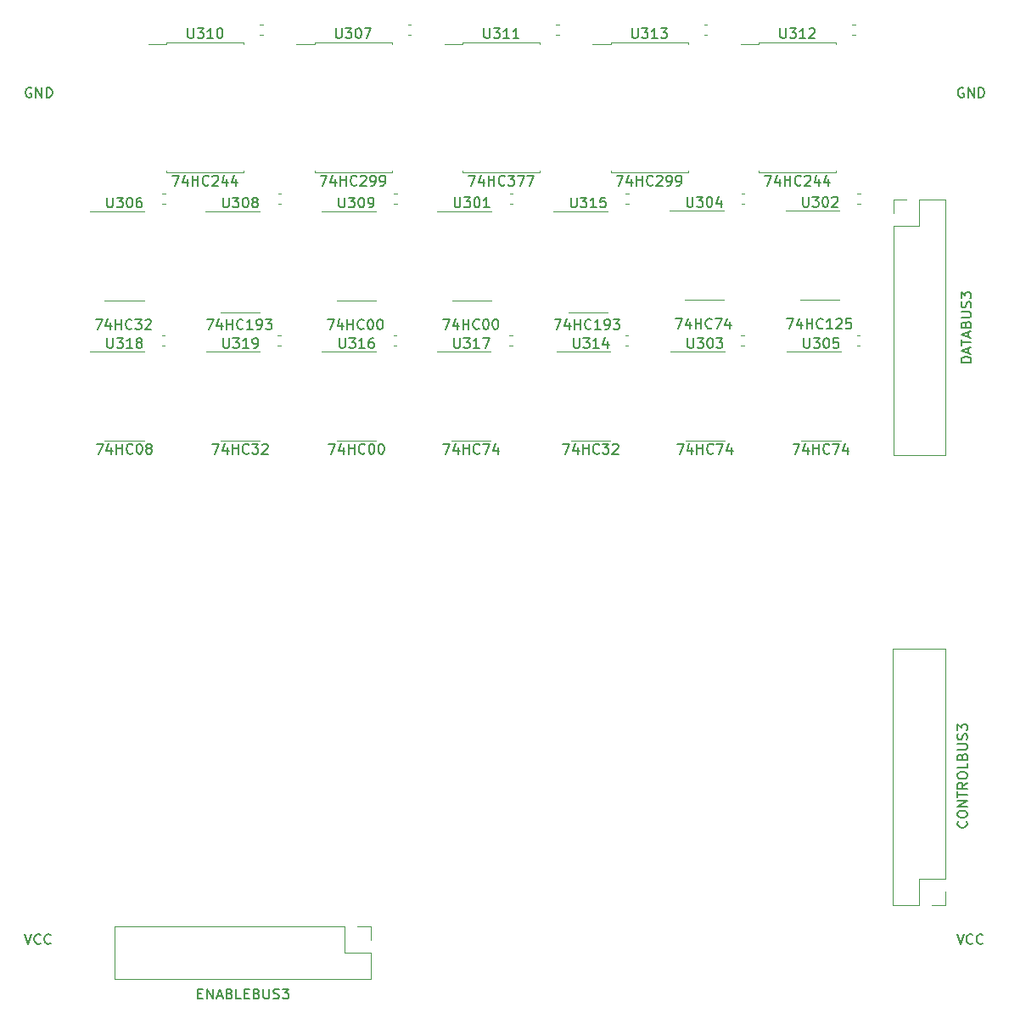
<source format=gbr>
G04 #@! TF.GenerationSoftware,KiCad,Pcbnew,(6.0.5)*
G04 #@! TF.CreationDate,2022-09-14T22:51:16+02:00*
G04 #@! TF.ProjectId,B3,42332e6b-6963-4616-945f-706362585858,rev?*
G04 #@! TF.SameCoordinates,Original*
G04 #@! TF.FileFunction,Legend,Top*
G04 #@! TF.FilePolarity,Positive*
%FSLAX46Y46*%
G04 Gerber Fmt 4.6, Leading zero omitted, Abs format (unit mm)*
G04 Created by KiCad (PCBNEW (6.0.5)) date 2022-09-14 22:51:16*
%MOMM*%
%LPD*%
G01*
G04 APERTURE LIST*
%ADD10C,0.150000*%
%ADD11C,0.120000*%
G04 APERTURE END LIST*
D10*
X121820713Y-77472380D02*
X121820713Y-78281904D01*
X121868332Y-78377142D01*
X121915951Y-78424761D01*
X122011189Y-78472380D01*
X122201665Y-78472380D01*
X122296903Y-78424761D01*
X122344522Y-78377142D01*
X122392141Y-78281904D01*
X122392141Y-77472380D01*
X122773094Y-77472380D02*
X123392141Y-77472380D01*
X123058808Y-77853333D01*
X123201665Y-77853333D01*
X123296903Y-77900952D01*
X123344522Y-77948571D01*
X123392141Y-78043809D01*
X123392141Y-78281904D01*
X123344522Y-78377142D01*
X123296903Y-78424761D01*
X123201665Y-78472380D01*
X122915951Y-78472380D01*
X122820713Y-78424761D01*
X122773094Y-78377142D01*
X124344522Y-78472380D02*
X123773094Y-78472380D01*
X124058808Y-78472380D02*
X124058808Y-77472380D01*
X123963570Y-77615238D01*
X123868332Y-77710476D01*
X123773094Y-77758095D01*
X124820713Y-78472380D02*
X125011189Y-78472380D01*
X125106427Y-78424761D01*
X125154046Y-78377142D01*
X125249284Y-78234285D01*
X125296903Y-78043809D01*
X125296903Y-77662857D01*
X125249284Y-77567619D01*
X125201665Y-77520000D01*
X125106427Y-77472380D01*
X124915951Y-77472380D01*
X124820713Y-77520000D01*
X124773094Y-77567619D01*
X124725475Y-77662857D01*
X124725475Y-77900952D01*
X124773094Y-77996190D01*
X124820713Y-78043809D01*
X124915951Y-78091428D01*
X125106427Y-78091428D01*
X125201665Y-78043809D01*
X125249284Y-77996190D01*
X125296903Y-77900952D01*
X120749284Y-88032380D02*
X121415951Y-88032380D01*
X120987379Y-89032380D01*
X122225475Y-88365714D02*
X122225475Y-89032380D01*
X121987379Y-87984761D02*
X121749284Y-88699047D01*
X122368332Y-88699047D01*
X122749284Y-89032380D02*
X122749284Y-88032380D01*
X122749284Y-88508571D02*
X123320713Y-88508571D01*
X123320713Y-89032380D02*
X123320713Y-88032380D01*
X124368332Y-88937142D02*
X124320713Y-88984761D01*
X124177856Y-89032380D01*
X124082618Y-89032380D01*
X123939760Y-88984761D01*
X123844522Y-88889523D01*
X123796903Y-88794285D01*
X123749284Y-88603809D01*
X123749284Y-88460952D01*
X123796903Y-88270476D01*
X123844522Y-88175238D01*
X123939760Y-88080000D01*
X124082618Y-88032380D01*
X124177856Y-88032380D01*
X124320713Y-88080000D01*
X124368332Y-88127619D01*
X124701665Y-88032380D02*
X125320713Y-88032380D01*
X124987379Y-88413333D01*
X125130237Y-88413333D01*
X125225475Y-88460952D01*
X125273094Y-88508571D01*
X125320713Y-88603809D01*
X125320713Y-88841904D01*
X125273094Y-88937142D01*
X125225475Y-88984761D01*
X125130237Y-89032380D01*
X124844522Y-89032380D01*
X124749284Y-88984761D01*
X124701665Y-88937142D01*
X125701665Y-88127619D02*
X125749284Y-88080000D01*
X125844522Y-88032380D01*
X126082618Y-88032380D01*
X126177856Y-88080000D01*
X126225475Y-88127619D01*
X126273094Y-88222857D01*
X126273094Y-88318095D01*
X126225475Y-88460952D01*
X125654046Y-89032380D01*
X126273094Y-89032380D01*
X121799047Y-63462380D02*
X121799047Y-64271904D01*
X121846666Y-64367142D01*
X121894285Y-64414761D01*
X121989523Y-64462380D01*
X122179999Y-64462380D01*
X122275237Y-64414761D01*
X122322856Y-64367142D01*
X122370475Y-64271904D01*
X122370475Y-63462380D01*
X122751428Y-63462380D02*
X123370475Y-63462380D01*
X123037142Y-63843333D01*
X123179999Y-63843333D01*
X123275237Y-63890952D01*
X123322856Y-63938571D01*
X123370475Y-64033809D01*
X123370475Y-64271904D01*
X123322856Y-64367142D01*
X123275237Y-64414761D01*
X123179999Y-64462380D01*
X122894285Y-64462380D01*
X122799047Y-64414761D01*
X122751428Y-64367142D01*
X123989523Y-63462380D02*
X124084761Y-63462380D01*
X124179999Y-63510000D01*
X124227618Y-63557619D01*
X124275237Y-63652857D01*
X124322856Y-63843333D01*
X124322856Y-64081428D01*
X124275237Y-64271904D01*
X124227618Y-64367142D01*
X124179999Y-64414761D01*
X124084761Y-64462380D01*
X123989523Y-64462380D01*
X123894285Y-64414761D01*
X123846666Y-64367142D01*
X123799047Y-64271904D01*
X123751428Y-64081428D01*
X123751428Y-63843333D01*
X123799047Y-63652857D01*
X123846666Y-63557619D01*
X123894285Y-63510000D01*
X123989523Y-63462380D01*
X124894285Y-63890952D02*
X124799047Y-63843333D01*
X124751428Y-63795714D01*
X124703809Y-63700476D01*
X124703809Y-63652857D01*
X124751428Y-63557619D01*
X124799047Y-63510000D01*
X124894285Y-63462380D01*
X125084761Y-63462380D01*
X125179999Y-63510000D01*
X125227618Y-63557619D01*
X125275237Y-63652857D01*
X125275237Y-63700476D01*
X125227618Y-63795714D01*
X125179999Y-63843333D01*
X125084761Y-63890952D01*
X124894285Y-63890952D01*
X124799047Y-63938571D01*
X124751428Y-63986190D01*
X124703809Y-64081428D01*
X124703809Y-64271904D01*
X124751428Y-64367142D01*
X124799047Y-64414761D01*
X124894285Y-64462380D01*
X125084761Y-64462380D01*
X125179999Y-64414761D01*
X125227618Y-64367142D01*
X125275237Y-64271904D01*
X125275237Y-64081428D01*
X125227618Y-63986190D01*
X125179999Y-63938571D01*
X125084761Y-63890952D01*
X120171428Y-75612380D02*
X120838094Y-75612380D01*
X120409523Y-76612380D01*
X121647618Y-75945714D02*
X121647618Y-76612380D01*
X121409523Y-75564761D02*
X121171428Y-76279047D01*
X121790475Y-76279047D01*
X122171428Y-76612380D02*
X122171428Y-75612380D01*
X122171428Y-76088571D02*
X122742856Y-76088571D01*
X122742856Y-76612380D02*
X122742856Y-75612380D01*
X123790475Y-76517142D02*
X123742856Y-76564761D01*
X123599999Y-76612380D01*
X123504761Y-76612380D01*
X123361904Y-76564761D01*
X123266666Y-76469523D01*
X123219047Y-76374285D01*
X123171428Y-76183809D01*
X123171428Y-76040952D01*
X123219047Y-75850476D01*
X123266666Y-75755238D01*
X123361904Y-75660000D01*
X123504761Y-75612380D01*
X123599999Y-75612380D01*
X123742856Y-75660000D01*
X123790475Y-75707619D01*
X124742856Y-76612380D02*
X124171428Y-76612380D01*
X124457142Y-76612380D02*
X124457142Y-75612380D01*
X124361904Y-75755238D01*
X124266666Y-75850476D01*
X124171428Y-75898095D01*
X125219047Y-76612380D02*
X125409523Y-76612380D01*
X125504761Y-76564761D01*
X125552380Y-76517142D01*
X125647618Y-76374285D01*
X125695237Y-76183809D01*
X125695237Y-75802857D01*
X125647618Y-75707619D01*
X125599999Y-75660000D01*
X125504761Y-75612380D01*
X125314285Y-75612380D01*
X125219047Y-75660000D01*
X125171428Y-75707619D01*
X125123809Y-75802857D01*
X125123809Y-76040952D01*
X125171428Y-76136190D01*
X125219047Y-76183809D01*
X125314285Y-76231428D01*
X125504761Y-76231428D01*
X125599999Y-76183809D01*
X125647618Y-76136190D01*
X125695237Y-76040952D01*
X126028571Y-75612380D02*
X126647618Y-75612380D01*
X126314285Y-75993333D01*
X126457142Y-75993333D01*
X126552380Y-76040952D01*
X126599999Y-76088571D01*
X126647618Y-76183809D01*
X126647618Y-76421904D01*
X126599999Y-76517142D01*
X126552380Y-76564761D01*
X126457142Y-76612380D01*
X126171428Y-76612380D01*
X126076190Y-76564761D01*
X126028571Y-76517142D01*
X133060714Y-46582380D02*
X133060714Y-47391904D01*
X133108333Y-47487142D01*
X133155952Y-47534761D01*
X133251190Y-47582380D01*
X133441666Y-47582380D01*
X133536904Y-47534761D01*
X133584523Y-47487142D01*
X133632142Y-47391904D01*
X133632142Y-46582380D01*
X134013095Y-46582380D02*
X134632142Y-46582380D01*
X134298809Y-46963333D01*
X134441666Y-46963333D01*
X134536904Y-47010952D01*
X134584523Y-47058571D01*
X134632142Y-47153809D01*
X134632142Y-47391904D01*
X134584523Y-47487142D01*
X134536904Y-47534761D01*
X134441666Y-47582380D01*
X134155952Y-47582380D01*
X134060714Y-47534761D01*
X134013095Y-47487142D01*
X135251190Y-46582380D02*
X135346428Y-46582380D01*
X135441666Y-46630000D01*
X135489285Y-46677619D01*
X135536904Y-46772857D01*
X135584523Y-46963333D01*
X135584523Y-47201428D01*
X135536904Y-47391904D01*
X135489285Y-47487142D01*
X135441666Y-47534761D01*
X135346428Y-47582380D01*
X135251190Y-47582380D01*
X135155952Y-47534761D01*
X135108333Y-47487142D01*
X135060714Y-47391904D01*
X135013095Y-47201428D01*
X135013095Y-46963333D01*
X135060714Y-46772857D01*
X135108333Y-46677619D01*
X135155952Y-46630000D01*
X135251190Y-46582380D01*
X135917857Y-46582380D02*
X136584523Y-46582380D01*
X136155952Y-47582380D01*
X131513095Y-61282380D02*
X132179761Y-61282380D01*
X131751190Y-62282380D01*
X132989285Y-61615714D02*
X132989285Y-62282380D01*
X132751190Y-61234761D02*
X132513095Y-61949047D01*
X133132142Y-61949047D01*
X133513095Y-62282380D02*
X133513095Y-61282380D01*
X133513095Y-61758571D02*
X134084523Y-61758571D01*
X134084523Y-62282380D02*
X134084523Y-61282380D01*
X135132142Y-62187142D02*
X135084523Y-62234761D01*
X134941666Y-62282380D01*
X134846428Y-62282380D01*
X134703571Y-62234761D01*
X134608333Y-62139523D01*
X134560714Y-62044285D01*
X134513095Y-61853809D01*
X134513095Y-61710952D01*
X134560714Y-61520476D01*
X134608333Y-61425238D01*
X134703571Y-61330000D01*
X134846428Y-61282380D01*
X134941666Y-61282380D01*
X135084523Y-61330000D01*
X135132142Y-61377619D01*
X135513095Y-61377619D02*
X135560714Y-61330000D01*
X135655952Y-61282380D01*
X135894047Y-61282380D01*
X135989285Y-61330000D01*
X136036904Y-61377619D01*
X136084523Y-61472857D01*
X136084523Y-61568095D01*
X136036904Y-61710952D01*
X135465476Y-62282380D01*
X136084523Y-62282380D01*
X136560714Y-62282380D02*
X136751190Y-62282380D01*
X136846428Y-62234761D01*
X136894047Y-62187142D01*
X136989285Y-62044285D01*
X137036904Y-61853809D01*
X137036904Y-61472857D01*
X136989285Y-61377619D01*
X136941666Y-61330000D01*
X136846428Y-61282380D01*
X136655952Y-61282380D01*
X136560714Y-61330000D01*
X136513095Y-61377619D01*
X136465476Y-61472857D01*
X136465476Y-61710952D01*
X136513095Y-61806190D01*
X136560714Y-61853809D01*
X136655952Y-61901428D01*
X136846428Y-61901428D01*
X136941666Y-61853809D01*
X136989285Y-61806190D01*
X137036904Y-61710952D01*
X137513095Y-62282380D02*
X137703571Y-62282380D01*
X137798809Y-62234761D01*
X137846428Y-62187142D01*
X137941666Y-62044285D01*
X137989285Y-61853809D01*
X137989285Y-61472857D01*
X137941666Y-61377619D01*
X137894047Y-61330000D01*
X137798809Y-61282380D01*
X137608333Y-61282380D01*
X137513095Y-61330000D01*
X137465476Y-61377619D01*
X137417857Y-61472857D01*
X137417857Y-61710952D01*
X137465476Y-61806190D01*
X137513095Y-61853809D01*
X137608333Y-61901428D01*
X137798809Y-61901428D01*
X137894047Y-61853809D01*
X137941666Y-61806190D01*
X137989285Y-61710952D01*
X118285714Y-46582380D02*
X118285714Y-47391904D01*
X118333333Y-47487142D01*
X118380952Y-47534761D01*
X118476190Y-47582380D01*
X118666666Y-47582380D01*
X118761904Y-47534761D01*
X118809523Y-47487142D01*
X118857142Y-47391904D01*
X118857142Y-46582380D01*
X119238095Y-46582380D02*
X119857142Y-46582380D01*
X119523809Y-46963333D01*
X119666666Y-46963333D01*
X119761904Y-47010952D01*
X119809523Y-47058571D01*
X119857142Y-47153809D01*
X119857142Y-47391904D01*
X119809523Y-47487142D01*
X119761904Y-47534761D01*
X119666666Y-47582380D01*
X119380952Y-47582380D01*
X119285714Y-47534761D01*
X119238095Y-47487142D01*
X120809523Y-47582380D02*
X120238095Y-47582380D01*
X120523809Y-47582380D02*
X120523809Y-46582380D01*
X120428571Y-46725238D01*
X120333333Y-46820476D01*
X120238095Y-46868095D01*
X121428571Y-46582380D02*
X121523809Y-46582380D01*
X121619047Y-46630000D01*
X121666666Y-46677619D01*
X121714285Y-46772857D01*
X121761904Y-46963333D01*
X121761904Y-47201428D01*
X121714285Y-47391904D01*
X121666666Y-47487142D01*
X121619047Y-47534761D01*
X121523809Y-47582380D01*
X121428571Y-47582380D01*
X121333333Y-47534761D01*
X121285714Y-47487142D01*
X121238095Y-47391904D01*
X121190476Y-47201428D01*
X121190476Y-46963333D01*
X121238095Y-46772857D01*
X121285714Y-46677619D01*
X121333333Y-46630000D01*
X121428571Y-46582380D01*
X116738095Y-61282380D02*
X117404761Y-61282380D01*
X116976190Y-62282380D01*
X118214285Y-61615714D02*
X118214285Y-62282380D01*
X117976190Y-61234761D02*
X117738095Y-61949047D01*
X118357142Y-61949047D01*
X118738095Y-62282380D02*
X118738095Y-61282380D01*
X118738095Y-61758571D02*
X119309523Y-61758571D01*
X119309523Y-62282380D02*
X119309523Y-61282380D01*
X120357142Y-62187142D02*
X120309523Y-62234761D01*
X120166666Y-62282380D01*
X120071428Y-62282380D01*
X119928571Y-62234761D01*
X119833333Y-62139523D01*
X119785714Y-62044285D01*
X119738095Y-61853809D01*
X119738095Y-61710952D01*
X119785714Y-61520476D01*
X119833333Y-61425238D01*
X119928571Y-61330000D01*
X120071428Y-61282380D01*
X120166666Y-61282380D01*
X120309523Y-61330000D01*
X120357142Y-61377619D01*
X120738095Y-61377619D02*
X120785714Y-61330000D01*
X120880952Y-61282380D01*
X121119047Y-61282380D01*
X121214285Y-61330000D01*
X121261904Y-61377619D01*
X121309523Y-61472857D01*
X121309523Y-61568095D01*
X121261904Y-61710952D01*
X120690476Y-62282380D01*
X121309523Y-62282380D01*
X122166666Y-61615714D02*
X122166666Y-62282380D01*
X121928571Y-61234761D02*
X121690476Y-61949047D01*
X122309523Y-61949047D01*
X123119047Y-61615714D02*
X123119047Y-62282380D01*
X122880952Y-61234761D02*
X122642857Y-61949047D01*
X123261904Y-61949047D01*
X179652380Y-63402380D02*
X179652380Y-64211904D01*
X179699999Y-64307142D01*
X179747618Y-64354761D01*
X179842856Y-64402380D01*
X180033332Y-64402380D01*
X180128570Y-64354761D01*
X180176189Y-64307142D01*
X180223808Y-64211904D01*
X180223808Y-63402380D01*
X180604761Y-63402380D02*
X181223808Y-63402380D01*
X180890475Y-63783333D01*
X181033332Y-63783333D01*
X181128570Y-63830952D01*
X181176189Y-63878571D01*
X181223808Y-63973809D01*
X181223808Y-64211904D01*
X181176189Y-64307142D01*
X181128570Y-64354761D01*
X181033332Y-64402380D01*
X180747618Y-64402380D01*
X180652380Y-64354761D01*
X180604761Y-64307142D01*
X181842856Y-63402380D02*
X181938094Y-63402380D01*
X182033332Y-63450000D01*
X182080951Y-63497619D01*
X182128570Y-63592857D01*
X182176189Y-63783333D01*
X182176189Y-64021428D01*
X182128570Y-64211904D01*
X182080951Y-64307142D01*
X182033332Y-64354761D01*
X181938094Y-64402380D01*
X181842856Y-64402380D01*
X181747618Y-64354761D01*
X181699999Y-64307142D01*
X181652380Y-64211904D01*
X181604761Y-64021428D01*
X181604761Y-63783333D01*
X181652380Y-63592857D01*
X181699999Y-63497619D01*
X181747618Y-63450000D01*
X181842856Y-63402380D01*
X182557142Y-63497619D02*
X182604761Y-63450000D01*
X182699999Y-63402380D01*
X182938094Y-63402380D01*
X183033332Y-63450000D01*
X183080951Y-63497619D01*
X183128570Y-63592857D01*
X183128570Y-63688095D01*
X183080951Y-63830952D01*
X182509523Y-64402380D01*
X183128570Y-64402380D01*
X178024761Y-75552380D02*
X178691427Y-75552380D01*
X178262856Y-76552380D01*
X179500951Y-75885714D02*
X179500951Y-76552380D01*
X179262856Y-75504761D02*
X179024761Y-76219047D01*
X179643808Y-76219047D01*
X180024761Y-76552380D02*
X180024761Y-75552380D01*
X180024761Y-76028571D02*
X180596189Y-76028571D01*
X180596189Y-76552380D02*
X180596189Y-75552380D01*
X181643808Y-76457142D02*
X181596189Y-76504761D01*
X181453332Y-76552380D01*
X181358094Y-76552380D01*
X181215237Y-76504761D01*
X181119999Y-76409523D01*
X181072380Y-76314285D01*
X181024761Y-76123809D01*
X181024761Y-75980952D01*
X181072380Y-75790476D01*
X181119999Y-75695238D01*
X181215237Y-75600000D01*
X181358094Y-75552380D01*
X181453332Y-75552380D01*
X181596189Y-75600000D01*
X181643808Y-75647619D01*
X182596189Y-76552380D02*
X182024761Y-76552380D01*
X182310475Y-76552380D02*
X182310475Y-75552380D01*
X182215237Y-75695238D01*
X182119999Y-75790476D01*
X182024761Y-75838095D01*
X182977142Y-75647619D02*
X183024761Y-75600000D01*
X183119999Y-75552380D01*
X183358094Y-75552380D01*
X183453332Y-75600000D01*
X183500951Y-75647619D01*
X183548570Y-75742857D01*
X183548570Y-75838095D01*
X183500951Y-75980952D01*
X182929523Y-76552380D01*
X183548570Y-76552380D01*
X184453332Y-75552380D02*
X183977142Y-75552380D01*
X183929523Y-76028571D01*
X183977142Y-75980952D01*
X184072380Y-75933333D01*
X184310475Y-75933333D01*
X184405713Y-75980952D01*
X184453332Y-76028571D01*
X184500951Y-76123809D01*
X184500951Y-76361904D01*
X184453332Y-76457142D01*
X184405713Y-76504761D01*
X184310475Y-76552380D01*
X184072380Y-76552380D01*
X183977142Y-76504761D01*
X183929523Y-76457142D01*
X168089047Y-63402380D02*
X168089047Y-64211904D01*
X168136666Y-64307142D01*
X168184285Y-64354761D01*
X168279523Y-64402380D01*
X168469999Y-64402380D01*
X168565237Y-64354761D01*
X168612856Y-64307142D01*
X168660475Y-64211904D01*
X168660475Y-63402380D01*
X169041428Y-63402380D02*
X169660475Y-63402380D01*
X169327142Y-63783333D01*
X169469999Y-63783333D01*
X169565237Y-63830952D01*
X169612856Y-63878571D01*
X169660475Y-63973809D01*
X169660475Y-64211904D01*
X169612856Y-64307142D01*
X169565237Y-64354761D01*
X169469999Y-64402380D01*
X169184285Y-64402380D01*
X169089047Y-64354761D01*
X169041428Y-64307142D01*
X170279523Y-63402380D02*
X170374761Y-63402380D01*
X170469999Y-63450000D01*
X170517618Y-63497619D01*
X170565237Y-63592857D01*
X170612856Y-63783333D01*
X170612856Y-64021428D01*
X170565237Y-64211904D01*
X170517618Y-64307142D01*
X170469999Y-64354761D01*
X170374761Y-64402380D01*
X170279523Y-64402380D01*
X170184285Y-64354761D01*
X170136666Y-64307142D01*
X170089047Y-64211904D01*
X170041428Y-64021428D01*
X170041428Y-63783333D01*
X170089047Y-63592857D01*
X170136666Y-63497619D01*
X170184285Y-63450000D01*
X170279523Y-63402380D01*
X171469999Y-63735714D02*
X171469999Y-64402380D01*
X171231904Y-63354761D02*
X170993809Y-64069047D01*
X171612856Y-64069047D01*
X166937618Y-75552380D02*
X167604285Y-75552380D01*
X167175713Y-76552380D01*
X168413809Y-75885714D02*
X168413809Y-76552380D01*
X168175713Y-75504761D02*
X167937618Y-76219047D01*
X168556666Y-76219047D01*
X168937618Y-76552380D02*
X168937618Y-75552380D01*
X168937618Y-76028571D02*
X169509047Y-76028571D01*
X169509047Y-76552380D02*
X169509047Y-75552380D01*
X170556666Y-76457142D02*
X170509047Y-76504761D01*
X170366190Y-76552380D01*
X170270952Y-76552380D01*
X170128094Y-76504761D01*
X170032856Y-76409523D01*
X169985237Y-76314285D01*
X169937618Y-76123809D01*
X169937618Y-75980952D01*
X169985237Y-75790476D01*
X170032856Y-75695238D01*
X170128094Y-75600000D01*
X170270952Y-75552380D01*
X170366190Y-75552380D01*
X170509047Y-75600000D01*
X170556666Y-75647619D01*
X170889999Y-75552380D02*
X171556666Y-75552380D01*
X171128094Y-76552380D01*
X172366190Y-75885714D02*
X172366190Y-76552380D01*
X172128094Y-75504761D02*
X171889999Y-76219047D01*
X172509047Y-76219047D01*
X110235714Y-77472380D02*
X110235714Y-78281904D01*
X110283333Y-78377142D01*
X110330952Y-78424761D01*
X110426190Y-78472380D01*
X110616666Y-78472380D01*
X110711904Y-78424761D01*
X110759523Y-78377142D01*
X110807142Y-78281904D01*
X110807142Y-77472380D01*
X111188095Y-77472380D02*
X111807142Y-77472380D01*
X111473809Y-77853333D01*
X111616666Y-77853333D01*
X111711904Y-77900952D01*
X111759523Y-77948571D01*
X111807142Y-78043809D01*
X111807142Y-78281904D01*
X111759523Y-78377142D01*
X111711904Y-78424761D01*
X111616666Y-78472380D01*
X111330952Y-78472380D01*
X111235714Y-78424761D01*
X111188095Y-78377142D01*
X112759523Y-78472380D02*
X112188095Y-78472380D01*
X112473809Y-78472380D02*
X112473809Y-77472380D01*
X112378571Y-77615238D01*
X112283333Y-77710476D01*
X112188095Y-77758095D01*
X113330952Y-77900952D02*
X113235714Y-77853333D01*
X113188095Y-77805714D01*
X113140476Y-77710476D01*
X113140476Y-77662857D01*
X113188095Y-77567619D01*
X113235714Y-77520000D01*
X113330952Y-77472380D01*
X113521428Y-77472380D01*
X113616666Y-77520000D01*
X113664285Y-77567619D01*
X113711904Y-77662857D01*
X113711904Y-77710476D01*
X113664285Y-77805714D01*
X113616666Y-77853333D01*
X113521428Y-77900952D01*
X113330952Y-77900952D01*
X113235714Y-77948571D01*
X113188095Y-77996190D01*
X113140476Y-78091428D01*
X113140476Y-78281904D01*
X113188095Y-78377142D01*
X113235714Y-78424761D01*
X113330952Y-78472380D01*
X113521428Y-78472380D01*
X113616666Y-78424761D01*
X113664285Y-78377142D01*
X113711904Y-78281904D01*
X113711904Y-78091428D01*
X113664285Y-77996190D01*
X113616666Y-77948571D01*
X113521428Y-77900952D01*
X109164285Y-88032380D02*
X109830952Y-88032380D01*
X109402380Y-89032380D01*
X110640476Y-88365714D02*
X110640476Y-89032380D01*
X110402380Y-87984761D02*
X110164285Y-88699047D01*
X110783333Y-88699047D01*
X111164285Y-89032380D02*
X111164285Y-88032380D01*
X111164285Y-88508571D02*
X111735714Y-88508571D01*
X111735714Y-89032380D02*
X111735714Y-88032380D01*
X112783333Y-88937142D02*
X112735714Y-88984761D01*
X112592857Y-89032380D01*
X112497619Y-89032380D01*
X112354761Y-88984761D01*
X112259523Y-88889523D01*
X112211904Y-88794285D01*
X112164285Y-88603809D01*
X112164285Y-88460952D01*
X112211904Y-88270476D01*
X112259523Y-88175238D01*
X112354761Y-88080000D01*
X112497619Y-88032380D01*
X112592857Y-88032380D01*
X112735714Y-88080000D01*
X112783333Y-88127619D01*
X113402380Y-88032380D02*
X113497619Y-88032380D01*
X113592857Y-88080000D01*
X113640476Y-88127619D01*
X113688095Y-88222857D01*
X113735714Y-88413333D01*
X113735714Y-88651428D01*
X113688095Y-88841904D01*
X113640476Y-88937142D01*
X113592857Y-88984761D01*
X113497619Y-89032380D01*
X113402380Y-89032380D01*
X113307142Y-88984761D01*
X113259523Y-88937142D01*
X113211904Y-88841904D01*
X113164285Y-88651428D01*
X113164285Y-88413333D01*
X113211904Y-88222857D01*
X113259523Y-88127619D01*
X113307142Y-88080000D01*
X113402380Y-88032380D01*
X114307142Y-88460952D02*
X114211904Y-88413333D01*
X114164285Y-88365714D01*
X114116666Y-88270476D01*
X114116666Y-88222857D01*
X114164285Y-88127619D01*
X114211904Y-88080000D01*
X114307142Y-88032380D01*
X114497619Y-88032380D01*
X114592857Y-88080000D01*
X114640476Y-88127619D01*
X114688095Y-88222857D01*
X114688095Y-88270476D01*
X114640476Y-88365714D01*
X114592857Y-88413333D01*
X114497619Y-88460952D01*
X114307142Y-88460952D01*
X114211904Y-88508571D01*
X114164285Y-88556190D01*
X114116666Y-88651428D01*
X114116666Y-88841904D01*
X114164285Y-88937142D01*
X114211904Y-88984761D01*
X114307142Y-89032380D01*
X114497619Y-89032380D01*
X114592857Y-88984761D01*
X114640476Y-88937142D01*
X114688095Y-88841904D01*
X114688095Y-88651428D01*
X114640476Y-88556190D01*
X114592857Y-88508571D01*
X114497619Y-88460952D01*
X162610714Y-46582380D02*
X162610714Y-47391904D01*
X162658333Y-47487142D01*
X162705952Y-47534761D01*
X162801190Y-47582380D01*
X162991666Y-47582380D01*
X163086904Y-47534761D01*
X163134523Y-47487142D01*
X163182142Y-47391904D01*
X163182142Y-46582380D01*
X163563095Y-46582380D02*
X164182142Y-46582380D01*
X163848809Y-46963333D01*
X163991666Y-46963333D01*
X164086904Y-47010952D01*
X164134523Y-47058571D01*
X164182142Y-47153809D01*
X164182142Y-47391904D01*
X164134523Y-47487142D01*
X164086904Y-47534761D01*
X163991666Y-47582380D01*
X163705952Y-47582380D01*
X163610714Y-47534761D01*
X163563095Y-47487142D01*
X165134523Y-47582380D02*
X164563095Y-47582380D01*
X164848809Y-47582380D02*
X164848809Y-46582380D01*
X164753571Y-46725238D01*
X164658333Y-46820476D01*
X164563095Y-46868095D01*
X165467857Y-46582380D02*
X166086904Y-46582380D01*
X165753571Y-46963333D01*
X165896428Y-46963333D01*
X165991666Y-47010952D01*
X166039285Y-47058571D01*
X166086904Y-47153809D01*
X166086904Y-47391904D01*
X166039285Y-47487142D01*
X165991666Y-47534761D01*
X165896428Y-47582380D01*
X165610714Y-47582380D01*
X165515476Y-47534761D01*
X165467857Y-47487142D01*
X161063095Y-61282380D02*
X161729761Y-61282380D01*
X161301190Y-62282380D01*
X162539285Y-61615714D02*
X162539285Y-62282380D01*
X162301190Y-61234761D02*
X162063095Y-61949047D01*
X162682142Y-61949047D01*
X163063095Y-62282380D02*
X163063095Y-61282380D01*
X163063095Y-61758571D02*
X163634523Y-61758571D01*
X163634523Y-62282380D02*
X163634523Y-61282380D01*
X164682142Y-62187142D02*
X164634523Y-62234761D01*
X164491666Y-62282380D01*
X164396428Y-62282380D01*
X164253571Y-62234761D01*
X164158333Y-62139523D01*
X164110714Y-62044285D01*
X164063095Y-61853809D01*
X164063095Y-61710952D01*
X164110714Y-61520476D01*
X164158333Y-61425238D01*
X164253571Y-61330000D01*
X164396428Y-61282380D01*
X164491666Y-61282380D01*
X164634523Y-61330000D01*
X164682142Y-61377619D01*
X165063095Y-61377619D02*
X165110714Y-61330000D01*
X165205952Y-61282380D01*
X165444047Y-61282380D01*
X165539285Y-61330000D01*
X165586904Y-61377619D01*
X165634523Y-61472857D01*
X165634523Y-61568095D01*
X165586904Y-61710952D01*
X165015476Y-62282380D01*
X165634523Y-62282380D01*
X166110714Y-62282380D02*
X166301190Y-62282380D01*
X166396428Y-62234761D01*
X166444047Y-62187142D01*
X166539285Y-62044285D01*
X166586904Y-61853809D01*
X166586904Y-61472857D01*
X166539285Y-61377619D01*
X166491666Y-61330000D01*
X166396428Y-61282380D01*
X166205952Y-61282380D01*
X166110714Y-61330000D01*
X166063095Y-61377619D01*
X166015476Y-61472857D01*
X166015476Y-61710952D01*
X166063095Y-61806190D01*
X166110714Y-61853809D01*
X166205952Y-61901428D01*
X166396428Y-61901428D01*
X166491666Y-61853809D01*
X166539285Y-61806190D01*
X166586904Y-61710952D01*
X167063095Y-62282380D02*
X167253571Y-62282380D01*
X167348809Y-62234761D01*
X167396428Y-62187142D01*
X167491666Y-62044285D01*
X167539285Y-61853809D01*
X167539285Y-61472857D01*
X167491666Y-61377619D01*
X167444047Y-61330000D01*
X167348809Y-61282380D01*
X167158333Y-61282380D01*
X167063095Y-61330000D01*
X167015476Y-61377619D01*
X166967857Y-61472857D01*
X166967857Y-61710952D01*
X167015476Y-61806190D01*
X167063095Y-61853809D01*
X167158333Y-61901428D01*
X167348809Y-61901428D01*
X167444047Y-61853809D01*
X167491666Y-61806190D01*
X167539285Y-61710952D01*
X156781714Y-77472380D02*
X156781714Y-78281904D01*
X156829333Y-78377142D01*
X156876952Y-78424761D01*
X156972190Y-78472380D01*
X157162666Y-78472380D01*
X157257904Y-78424761D01*
X157305523Y-78377142D01*
X157353142Y-78281904D01*
X157353142Y-77472380D01*
X157734095Y-77472380D02*
X158353142Y-77472380D01*
X158019809Y-77853333D01*
X158162666Y-77853333D01*
X158257904Y-77900952D01*
X158305523Y-77948571D01*
X158353142Y-78043809D01*
X158353142Y-78281904D01*
X158305523Y-78377142D01*
X158257904Y-78424761D01*
X158162666Y-78472380D01*
X157876952Y-78472380D01*
X157781714Y-78424761D01*
X157734095Y-78377142D01*
X159305523Y-78472380D02*
X158734095Y-78472380D01*
X159019809Y-78472380D02*
X159019809Y-77472380D01*
X158924571Y-77615238D01*
X158829333Y-77710476D01*
X158734095Y-77758095D01*
X160162666Y-77805714D02*
X160162666Y-78472380D01*
X159924571Y-77424761D02*
X159686476Y-78139047D01*
X160305523Y-78139047D01*
X155710285Y-88032380D02*
X156376952Y-88032380D01*
X155948380Y-89032380D01*
X157186476Y-88365714D02*
X157186476Y-89032380D01*
X156948380Y-87984761D02*
X156710285Y-88699047D01*
X157329333Y-88699047D01*
X157710285Y-89032380D02*
X157710285Y-88032380D01*
X157710285Y-88508571D02*
X158281714Y-88508571D01*
X158281714Y-89032380D02*
X158281714Y-88032380D01*
X159329333Y-88937142D02*
X159281714Y-88984761D01*
X159138857Y-89032380D01*
X159043619Y-89032380D01*
X158900761Y-88984761D01*
X158805523Y-88889523D01*
X158757904Y-88794285D01*
X158710285Y-88603809D01*
X158710285Y-88460952D01*
X158757904Y-88270476D01*
X158805523Y-88175238D01*
X158900761Y-88080000D01*
X159043619Y-88032380D01*
X159138857Y-88032380D01*
X159281714Y-88080000D01*
X159329333Y-88127619D01*
X159662666Y-88032380D02*
X160281714Y-88032380D01*
X159948380Y-88413333D01*
X160091238Y-88413333D01*
X160186476Y-88460952D01*
X160234095Y-88508571D01*
X160281714Y-88603809D01*
X160281714Y-88841904D01*
X160234095Y-88937142D01*
X160186476Y-88984761D01*
X160091238Y-89032380D01*
X159805523Y-89032380D01*
X159710285Y-88984761D01*
X159662666Y-88937142D01*
X160662666Y-88127619D02*
X160710285Y-88080000D01*
X160805523Y-88032380D01*
X161043619Y-88032380D01*
X161138857Y-88080000D01*
X161186476Y-88127619D01*
X161234095Y-88222857D01*
X161234095Y-88318095D01*
X161186476Y-88460952D01*
X160615047Y-89032380D01*
X161234095Y-89032380D01*
X144843714Y-77472380D02*
X144843714Y-78281904D01*
X144891333Y-78377142D01*
X144938952Y-78424761D01*
X145034190Y-78472380D01*
X145224666Y-78472380D01*
X145319904Y-78424761D01*
X145367523Y-78377142D01*
X145415142Y-78281904D01*
X145415142Y-77472380D01*
X145796095Y-77472380D02*
X146415142Y-77472380D01*
X146081809Y-77853333D01*
X146224666Y-77853333D01*
X146319904Y-77900952D01*
X146367523Y-77948571D01*
X146415142Y-78043809D01*
X146415142Y-78281904D01*
X146367523Y-78377142D01*
X146319904Y-78424761D01*
X146224666Y-78472380D01*
X145938952Y-78472380D01*
X145843714Y-78424761D01*
X145796095Y-78377142D01*
X147367523Y-78472380D02*
X146796095Y-78472380D01*
X147081809Y-78472380D02*
X147081809Y-77472380D01*
X146986571Y-77615238D01*
X146891333Y-77710476D01*
X146796095Y-77758095D01*
X147700857Y-77472380D02*
X148367523Y-77472380D01*
X147938952Y-78472380D01*
X143772285Y-88032380D02*
X144438952Y-88032380D01*
X144010380Y-89032380D01*
X145248476Y-88365714D02*
X145248476Y-89032380D01*
X145010380Y-87984761D02*
X144772285Y-88699047D01*
X145391333Y-88699047D01*
X145772285Y-89032380D02*
X145772285Y-88032380D01*
X145772285Y-88508571D02*
X146343714Y-88508571D01*
X146343714Y-89032380D02*
X146343714Y-88032380D01*
X147391333Y-88937142D02*
X147343714Y-88984761D01*
X147200857Y-89032380D01*
X147105619Y-89032380D01*
X146962761Y-88984761D01*
X146867523Y-88889523D01*
X146819904Y-88794285D01*
X146772285Y-88603809D01*
X146772285Y-88460952D01*
X146819904Y-88270476D01*
X146867523Y-88175238D01*
X146962761Y-88080000D01*
X147105619Y-88032380D01*
X147200857Y-88032380D01*
X147343714Y-88080000D01*
X147391333Y-88127619D01*
X147724666Y-88032380D02*
X148391333Y-88032380D01*
X147962761Y-89032380D01*
X149200857Y-88365714D02*
X149200857Y-89032380D01*
X148962761Y-87984761D02*
X148724666Y-88699047D01*
X149343714Y-88699047D01*
X179745713Y-77472380D02*
X179745713Y-78281904D01*
X179793332Y-78377142D01*
X179840951Y-78424761D01*
X179936189Y-78472380D01*
X180126665Y-78472380D01*
X180221903Y-78424761D01*
X180269522Y-78377142D01*
X180317141Y-78281904D01*
X180317141Y-77472380D01*
X180698094Y-77472380D02*
X181317141Y-77472380D01*
X180983808Y-77853333D01*
X181126665Y-77853333D01*
X181221903Y-77900952D01*
X181269522Y-77948571D01*
X181317141Y-78043809D01*
X181317141Y-78281904D01*
X181269522Y-78377142D01*
X181221903Y-78424761D01*
X181126665Y-78472380D01*
X180840951Y-78472380D01*
X180745713Y-78424761D01*
X180698094Y-78377142D01*
X181936189Y-77472380D02*
X182031427Y-77472380D01*
X182126665Y-77520000D01*
X182174284Y-77567619D01*
X182221903Y-77662857D01*
X182269522Y-77853333D01*
X182269522Y-78091428D01*
X182221903Y-78281904D01*
X182174284Y-78377142D01*
X182126665Y-78424761D01*
X182031427Y-78472380D01*
X181936189Y-78472380D01*
X181840951Y-78424761D01*
X181793332Y-78377142D01*
X181745713Y-78281904D01*
X181698094Y-78091428D01*
X181698094Y-77853333D01*
X181745713Y-77662857D01*
X181793332Y-77567619D01*
X181840951Y-77520000D01*
X181936189Y-77472380D01*
X183174284Y-77472380D02*
X182698094Y-77472380D01*
X182650475Y-77948571D01*
X182698094Y-77900952D01*
X182793332Y-77853333D01*
X183031427Y-77853333D01*
X183126665Y-77900952D01*
X183174284Y-77948571D01*
X183221903Y-78043809D01*
X183221903Y-78281904D01*
X183174284Y-78377142D01*
X183126665Y-78424761D01*
X183031427Y-78472380D01*
X182793332Y-78472380D01*
X182698094Y-78424761D01*
X182650475Y-78377142D01*
X178674284Y-88032380D02*
X179340951Y-88032380D01*
X178912379Y-89032380D01*
X180150475Y-88365714D02*
X180150475Y-89032380D01*
X179912379Y-87984761D02*
X179674284Y-88699047D01*
X180293332Y-88699047D01*
X180674284Y-89032380D02*
X180674284Y-88032380D01*
X180674284Y-88508571D02*
X181245713Y-88508571D01*
X181245713Y-89032380D02*
X181245713Y-88032380D01*
X182293332Y-88937142D02*
X182245713Y-88984761D01*
X182102856Y-89032380D01*
X182007618Y-89032380D01*
X181864760Y-88984761D01*
X181769522Y-88889523D01*
X181721903Y-88794285D01*
X181674284Y-88603809D01*
X181674284Y-88460952D01*
X181721903Y-88270476D01*
X181769522Y-88175238D01*
X181864760Y-88080000D01*
X182007618Y-88032380D01*
X182102856Y-88032380D01*
X182245713Y-88080000D01*
X182293332Y-88127619D01*
X182626665Y-88032380D02*
X183293332Y-88032380D01*
X182864760Y-89032380D01*
X184102856Y-88365714D02*
X184102856Y-89032380D01*
X183864760Y-87984761D02*
X183626665Y-88699047D01*
X184245713Y-88699047D01*
X196431785Y-79909713D02*
X195431785Y-79909713D01*
X195431785Y-79671618D01*
X195479405Y-79528761D01*
X195574643Y-79433523D01*
X195669881Y-79385903D01*
X195860357Y-79338284D01*
X196003214Y-79338284D01*
X196193690Y-79385903D01*
X196288928Y-79433523D01*
X196384166Y-79528761D01*
X196431785Y-79671618D01*
X196431785Y-79909713D01*
X196146071Y-78957332D02*
X196146071Y-78481142D01*
X196431785Y-79052570D02*
X195431785Y-78719237D01*
X196431785Y-78385903D01*
X195431785Y-78195427D02*
X195431785Y-77623999D01*
X196431785Y-77909713D02*
X195431785Y-77909713D01*
X196146071Y-77338284D02*
X196146071Y-76862094D01*
X196431785Y-77433523D02*
X195431785Y-77100189D01*
X196431785Y-76766856D01*
X195907976Y-76100189D02*
X195955595Y-75957332D01*
X196003214Y-75909713D01*
X196098452Y-75862094D01*
X196241309Y-75862094D01*
X196336547Y-75909713D01*
X196384166Y-75957332D01*
X196431785Y-76052570D01*
X196431785Y-76433523D01*
X195431785Y-76433523D01*
X195431785Y-76100189D01*
X195479405Y-76004951D01*
X195527024Y-75957332D01*
X195622262Y-75909713D01*
X195717500Y-75909713D01*
X195812738Y-75957332D01*
X195860357Y-76004951D01*
X195907976Y-76100189D01*
X195907976Y-76433523D01*
X195431785Y-75433523D02*
X196241309Y-75433523D01*
X196336547Y-75385903D01*
X196384166Y-75338284D01*
X196431785Y-75243046D01*
X196431785Y-75052570D01*
X196384166Y-74957332D01*
X196336547Y-74909713D01*
X196241309Y-74862094D01*
X195431785Y-74862094D01*
X196384166Y-74433523D02*
X196431785Y-74290665D01*
X196431785Y-74052570D01*
X196384166Y-73957332D01*
X196336547Y-73909713D01*
X196241309Y-73862094D01*
X196146071Y-73862094D01*
X196050833Y-73909713D01*
X196003214Y-73957332D01*
X195955595Y-74052570D01*
X195907976Y-74243046D01*
X195860357Y-74338284D01*
X195812738Y-74385903D01*
X195717500Y-74433523D01*
X195622262Y-74433523D01*
X195527024Y-74385903D01*
X195479405Y-74338284D01*
X195431785Y-74243046D01*
X195431785Y-74004951D01*
X195479405Y-73862094D01*
X195431785Y-73528761D02*
X195431785Y-72909713D01*
X195812738Y-73243046D01*
X195812738Y-73100189D01*
X195860357Y-73004951D01*
X195907976Y-72957332D01*
X196003214Y-72909713D01*
X196241309Y-72909713D01*
X196336547Y-72957332D01*
X196384166Y-73004951D01*
X196431785Y-73100189D01*
X196431785Y-73385903D01*
X196384166Y-73481142D01*
X196336547Y-73528761D01*
X144890714Y-63452380D02*
X144890714Y-64261904D01*
X144938333Y-64357142D01*
X144985952Y-64404761D01*
X145081190Y-64452380D01*
X145271666Y-64452380D01*
X145366904Y-64404761D01*
X145414523Y-64357142D01*
X145462142Y-64261904D01*
X145462142Y-63452380D01*
X145843095Y-63452380D02*
X146462142Y-63452380D01*
X146128809Y-63833333D01*
X146271666Y-63833333D01*
X146366904Y-63880952D01*
X146414523Y-63928571D01*
X146462142Y-64023809D01*
X146462142Y-64261904D01*
X146414523Y-64357142D01*
X146366904Y-64404761D01*
X146271666Y-64452380D01*
X145985952Y-64452380D01*
X145890714Y-64404761D01*
X145843095Y-64357142D01*
X147081190Y-63452380D02*
X147176428Y-63452380D01*
X147271666Y-63500000D01*
X147319285Y-63547619D01*
X147366904Y-63642857D01*
X147414523Y-63833333D01*
X147414523Y-64071428D01*
X147366904Y-64261904D01*
X147319285Y-64357142D01*
X147271666Y-64404761D01*
X147176428Y-64452380D01*
X147081190Y-64452380D01*
X146985952Y-64404761D01*
X146938333Y-64357142D01*
X146890714Y-64261904D01*
X146843095Y-64071428D01*
X146843095Y-63833333D01*
X146890714Y-63642857D01*
X146938333Y-63547619D01*
X146985952Y-63500000D01*
X147081190Y-63452380D01*
X148366904Y-64452380D02*
X147795476Y-64452380D01*
X148081190Y-64452380D02*
X148081190Y-63452380D01*
X147985952Y-63595238D01*
X147890714Y-63690476D01*
X147795476Y-63738095D01*
X143739285Y-75602380D02*
X144405952Y-75602380D01*
X143977380Y-76602380D01*
X145215476Y-75935714D02*
X145215476Y-76602380D01*
X144977380Y-75554761D02*
X144739285Y-76269047D01*
X145358333Y-76269047D01*
X145739285Y-76602380D02*
X145739285Y-75602380D01*
X145739285Y-76078571D02*
X146310714Y-76078571D01*
X146310714Y-76602380D02*
X146310714Y-75602380D01*
X147358333Y-76507142D02*
X147310714Y-76554761D01*
X147167857Y-76602380D01*
X147072619Y-76602380D01*
X146929761Y-76554761D01*
X146834523Y-76459523D01*
X146786904Y-76364285D01*
X146739285Y-76173809D01*
X146739285Y-76030952D01*
X146786904Y-75840476D01*
X146834523Y-75745238D01*
X146929761Y-75650000D01*
X147072619Y-75602380D01*
X147167857Y-75602380D01*
X147310714Y-75650000D01*
X147358333Y-75697619D01*
X147977380Y-75602380D02*
X148072619Y-75602380D01*
X148167857Y-75650000D01*
X148215476Y-75697619D01*
X148263095Y-75792857D01*
X148310714Y-75983333D01*
X148310714Y-76221428D01*
X148263095Y-76411904D01*
X148215476Y-76507142D01*
X148167857Y-76554761D01*
X148072619Y-76602380D01*
X147977380Y-76602380D01*
X147882142Y-76554761D01*
X147834523Y-76507142D01*
X147786904Y-76411904D01*
X147739285Y-76221428D01*
X147739285Y-75983333D01*
X147786904Y-75792857D01*
X147834523Y-75697619D01*
X147882142Y-75650000D01*
X147977380Y-75602380D01*
X148929761Y-75602380D02*
X149025000Y-75602380D01*
X149120238Y-75650000D01*
X149167857Y-75697619D01*
X149215476Y-75792857D01*
X149263095Y-75983333D01*
X149263095Y-76221428D01*
X149215476Y-76411904D01*
X149167857Y-76507142D01*
X149120238Y-76554761D01*
X149025000Y-76602380D01*
X148929761Y-76602380D01*
X148834523Y-76554761D01*
X148786904Y-76507142D01*
X148739285Y-76411904D01*
X148691666Y-76221428D01*
X148691666Y-75983333D01*
X148739285Y-75792857D01*
X148786904Y-75697619D01*
X148834523Y-75650000D01*
X148929761Y-75602380D01*
X110235714Y-63462380D02*
X110235714Y-64271904D01*
X110283333Y-64367142D01*
X110330952Y-64414761D01*
X110426190Y-64462380D01*
X110616666Y-64462380D01*
X110711904Y-64414761D01*
X110759523Y-64367142D01*
X110807142Y-64271904D01*
X110807142Y-63462380D01*
X111188095Y-63462380D02*
X111807142Y-63462380D01*
X111473809Y-63843333D01*
X111616666Y-63843333D01*
X111711904Y-63890952D01*
X111759523Y-63938571D01*
X111807142Y-64033809D01*
X111807142Y-64271904D01*
X111759523Y-64367142D01*
X111711904Y-64414761D01*
X111616666Y-64462380D01*
X111330952Y-64462380D01*
X111235714Y-64414761D01*
X111188095Y-64367142D01*
X112426190Y-63462380D02*
X112521428Y-63462380D01*
X112616666Y-63510000D01*
X112664285Y-63557619D01*
X112711904Y-63652857D01*
X112759523Y-63843333D01*
X112759523Y-64081428D01*
X112711904Y-64271904D01*
X112664285Y-64367142D01*
X112616666Y-64414761D01*
X112521428Y-64462380D01*
X112426190Y-64462380D01*
X112330952Y-64414761D01*
X112283333Y-64367142D01*
X112235714Y-64271904D01*
X112188095Y-64081428D01*
X112188095Y-63843333D01*
X112235714Y-63652857D01*
X112283333Y-63557619D01*
X112330952Y-63510000D01*
X112426190Y-63462380D01*
X113616666Y-63462380D02*
X113426190Y-63462380D01*
X113330952Y-63510000D01*
X113283333Y-63557619D01*
X113188095Y-63700476D01*
X113140476Y-63890952D01*
X113140476Y-64271904D01*
X113188095Y-64367142D01*
X113235714Y-64414761D01*
X113330952Y-64462380D01*
X113521428Y-64462380D01*
X113616666Y-64414761D01*
X113664285Y-64367142D01*
X113711904Y-64271904D01*
X113711904Y-64033809D01*
X113664285Y-63938571D01*
X113616666Y-63890952D01*
X113521428Y-63843333D01*
X113330952Y-63843333D01*
X113235714Y-63890952D01*
X113188095Y-63938571D01*
X113140476Y-64033809D01*
X109084285Y-75612380D02*
X109750952Y-75612380D01*
X109322380Y-76612380D01*
X110560476Y-75945714D02*
X110560476Y-76612380D01*
X110322380Y-75564761D02*
X110084285Y-76279047D01*
X110703333Y-76279047D01*
X111084285Y-76612380D02*
X111084285Y-75612380D01*
X111084285Y-76088571D02*
X111655714Y-76088571D01*
X111655714Y-76612380D02*
X111655714Y-75612380D01*
X112703333Y-76517142D02*
X112655714Y-76564761D01*
X112512857Y-76612380D01*
X112417619Y-76612380D01*
X112274761Y-76564761D01*
X112179523Y-76469523D01*
X112131904Y-76374285D01*
X112084285Y-76183809D01*
X112084285Y-76040952D01*
X112131904Y-75850476D01*
X112179523Y-75755238D01*
X112274761Y-75660000D01*
X112417619Y-75612380D01*
X112512857Y-75612380D01*
X112655714Y-75660000D01*
X112703333Y-75707619D01*
X113036666Y-75612380D02*
X113655714Y-75612380D01*
X113322380Y-75993333D01*
X113465238Y-75993333D01*
X113560476Y-76040952D01*
X113608095Y-76088571D01*
X113655714Y-76183809D01*
X113655714Y-76421904D01*
X113608095Y-76517142D01*
X113560476Y-76564761D01*
X113465238Y-76612380D01*
X113179523Y-76612380D01*
X113084285Y-76564761D01*
X113036666Y-76517142D01*
X114036666Y-75707619D02*
X114084285Y-75660000D01*
X114179523Y-75612380D01*
X114417619Y-75612380D01*
X114512857Y-75660000D01*
X114560476Y-75707619D01*
X114608095Y-75802857D01*
X114608095Y-75898095D01*
X114560476Y-76040952D01*
X113989047Y-76612380D01*
X114608095Y-76612380D01*
X156505714Y-63462380D02*
X156505714Y-64271904D01*
X156553333Y-64367142D01*
X156600952Y-64414761D01*
X156696190Y-64462380D01*
X156886666Y-64462380D01*
X156981904Y-64414761D01*
X157029523Y-64367142D01*
X157077142Y-64271904D01*
X157077142Y-63462380D01*
X157458095Y-63462380D02*
X158077142Y-63462380D01*
X157743809Y-63843333D01*
X157886666Y-63843333D01*
X157981904Y-63890952D01*
X158029523Y-63938571D01*
X158077142Y-64033809D01*
X158077142Y-64271904D01*
X158029523Y-64367142D01*
X157981904Y-64414761D01*
X157886666Y-64462380D01*
X157600952Y-64462380D01*
X157505714Y-64414761D01*
X157458095Y-64367142D01*
X159029523Y-64462380D02*
X158458095Y-64462380D01*
X158743809Y-64462380D02*
X158743809Y-63462380D01*
X158648571Y-63605238D01*
X158553333Y-63700476D01*
X158458095Y-63748095D01*
X159934285Y-63462380D02*
X159458095Y-63462380D01*
X159410476Y-63938571D01*
X159458095Y-63890952D01*
X159553333Y-63843333D01*
X159791428Y-63843333D01*
X159886666Y-63890952D01*
X159934285Y-63938571D01*
X159981904Y-64033809D01*
X159981904Y-64271904D01*
X159934285Y-64367142D01*
X159886666Y-64414761D01*
X159791428Y-64462380D01*
X159553333Y-64462380D01*
X159458095Y-64414761D01*
X159410476Y-64367142D01*
X154878095Y-75612380D02*
X155544761Y-75612380D01*
X155116190Y-76612380D01*
X156354285Y-75945714D02*
X156354285Y-76612380D01*
X156116190Y-75564761D02*
X155878095Y-76279047D01*
X156497142Y-76279047D01*
X156878095Y-76612380D02*
X156878095Y-75612380D01*
X156878095Y-76088571D02*
X157449523Y-76088571D01*
X157449523Y-76612380D02*
X157449523Y-75612380D01*
X158497142Y-76517142D02*
X158449523Y-76564761D01*
X158306666Y-76612380D01*
X158211428Y-76612380D01*
X158068571Y-76564761D01*
X157973333Y-76469523D01*
X157925714Y-76374285D01*
X157878095Y-76183809D01*
X157878095Y-76040952D01*
X157925714Y-75850476D01*
X157973333Y-75755238D01*
X158068571Y-75660000D01*
X158211428Y-75612380D01*
X158306666Y-75612380D01*
X158449523Y-75660000D01*
X158497142Y-75707619D01*
X159449523Y-76612380D02*
X158878095Y-76612380D01*
X159163809Y-76612380D02*
X159163809Y-75612380D01*
X159068571Y-75755238D01*
X158973333Y-75850476D01*
X158878095Y-75898095D01*
X159925714Y-76612380D02*
X160116190Y-76612380D01*
X160211428Y-76564761D01*
X160259047Y-76517142D01*
X160354285Y-76374285D01*
X160401904Y-76183809D01*
X160401904Y-75802857D01*
X160354285Y-75707619D01*
X160306666Y-75660000D01*
X160211428Y-75612380D01*
X160020952Y-75612380D01*
X159925714Y-75660000D01*
X159878095Y-75707619D01*
X159830476Y-75802857D01*
X159830476Y-76040952D01*
X159878095Y-76136190D01*
X159925714Y-76183809D01*
X160020952Y-76231428D01*
X160211428Y-76231428D01*
X160306666Y-76183809D01*
X160354285Y-76136190D01*
X160401904Y-76040952D01*
X160735238Y-75612380D02*
X161354285Y-75612380D01*
X161020952Y-75993333D01*
X161163809Y-75993333D01*
X161259047Y-76040952D01*
X161306666Y-76088571D01*
X161354285Y-76183809D01*
X161354285Y-76421904D01*
X161306666Y-76517142D01*
X161259047Y-76564761D01*
X161163809Y-76612380D01*
X160878095Y-76612380D01*
X160782857Y-76564761D01*
X160735238Y-76517142D01*
X177385714Y-46582380D02*
X177385714Y-47391904D01*
X177433333Y-47487142D01*
X177480952Y-47534761D01*
X177576190Y-47582380D01*
X177766666Y-47582380D01*
X177861904Y-47534761D01*
X177909523Y-47487142D01*
X177957142Y-47391904D01*
X177957142Y-46582380D01*
X178338095Y-46582380D02*
X178957142Y-46582380D01*
X178623809Y-46963333D01*
X178766666Y-46963333D01*
X178861904Y-47010952D01*
X178909523Y-47058571D01*
X178957142Y-47153809D01*
X178957142Y-47391904D01*
X178909523Y-47487142D01*
X178861904Y-47534761D01*
X178766666Y-47582380D01*
X178480952Y-47582380D01*
X178385714Y-47534761D01*
X178338095Y-47487142D01*
X179909523Y-47582380D02*
X179338095Y-47582380D01*
X179623809Y-47582380D02*
X179623809Y-46582380D01*
X179528571Y-46725238D01*
X179433333Y-46820476D01*
X179338095Y-46868095D01*
X180290476Y-46677619D02*
X180338095Y-46630000D01*
X180433333Y-46582380D01*
X180671428Y-46582380D01*
X180766666Y-46630000D01*
X180814285Y-46677619D01*
X180861904Y-46772857D01*
X180861904Y-46868095D01*
X180814285Y-47010952D01*
X180242857Y-47582380D01*
X180861904Y-47582380D01*
X175838095Y-61282380D02*
X176504761Y-61282380D01*
X176076190Y-62282380D01*
X177314285Y-61615714D02*
X177314285Y-62282380D01*
X177076190Y-61234761D02*
X176838095Y-61949047D01*
X177457142Y-61949047D01*
X177838095Y-62282380D02*
X177838095Y-61282380D01*
X177838095Y-61758571D02*
X178409523Y-61758571D01*
X178409523Y-62282380D02*
X178409523Y-61282380D01*
X179457142Y-62187142D02*
X179409523Y-62234761D01*
X179266666Y-62282380D01*
X179171428Y-62282380D01*
X179028571Y-62234761D01*
X178933333Y-62139523D01*
X178885714Y-62044285D01*
X178838095Y-61853809D01*
X178838095Y-61710952D01*
X178885714Y-61520476D01*
X178933333Y-61425238D01*
X179028571Y-61330000D01*
X179171428Y-61282380D01*
X179266666Y-61282380D01*
X179409523Y-61330000D01*
X179457142Y-61377619D01*
X179838095Y-61377619D02*
X179885714Y-61330000D01*
X179980952Y-61282380D01*
X180219047Y-61282380D01*
X180314285Y-61330000D01*
X180361904Y-61377619D01*
X180409523Y-61472857D01*
X180409523Y-61568095D01*
X180361904Y-61710952D01*
X179790476Y-62282380D01*
X180409523Y-62282380D01*
X181266666Y-61615714D02*
X181266666Y-62282380D01*
X181028571Y-61234761D02*
X180790476Y-61949047D01*
X181409523Y-61949047D01*
X182219047Y-61615714D02*
X182219047Y-62282380D01*
X181980952Y-61234761D02*
X181742857Y-61949047D01*
X182361904Y-61949047D01*
X195964009Y-125671782D02*
X196011628Y-125719401D01*
X196059247Y-125862258D01*
X196059247Y-125957496D01*
X196011628Y-126100353D01*
X195916390Y-126195592D01*
X195821152Y-126243211D01*
X195630676Y-126290830D01*
X195487819Y-126290830D01*
X195297343Y-126243211D01*
X195202105Y-126195592D01*
X195106867Y-126100353D01*
X195059247Y-125957496D01*
X195059247Y-125862258D01*
X195106867Y-125719401D01*
X195154486Y-125671782D01*
X195059247Y-125052734D02*
X195059247Y-124862258D01*
X195106867Y-124767020D01*
X195202105Y-124671782D01*
X195392581Y-124624163D01*
X195725914Y-124624163D01*
X195916390Y-124671782D01*
X196011628Y-124767020D01*
X196059247Y-124862258D01*
X196059247Y-125052734D01*
X196011628Y-125147973D01*
X195916390Y-125243211D01*
X195725914Y-125290830D01*
X195392581Y-125290830D01*
X195202105Y-125243211D01*
X195106867Y-125147973D01*
X195059247Y-125052734D01*
X196059247Y-124195592D02*
X195059247Y-124195592D01*
X196059247Y-123624163D01*
X195059247Y-123624163D01*
X195059247Y-123290830D02*
X195059247Y-122719401D01*
X196059247Y-123005115D02*
X195059247Y-123005115D01*
X196059247Y-121814639D02*
X195583057Y-122147973D01*
X196059247Y-122386068D02*
X195059247Y-122386068D01*
X195059247Y-122005115D01*
X195106867Y-121909877D01*
X195154486Y-121862258D01*
X195249724Y-121814639D01*
X195392581Y-121814639D01*
X195487819Y-121862258D01*
X195535438Y-121909877D01*
X195583057Y-122005115D01*
X195583057Y-122386068D01*
X195059247Y-121195592D02*
X195059247Y-121005115D01*
X195106867Y-120909877D01*
X195202105Y-120814639D01*
X195392581Y-120767020D01*
X195725914Y-120767020D01*
X195916390Y-120814639D01*
X196011628Y-120909877D01*
X196059247Y-121005115D01*
X196059247Y-121195592D01*
X196011628Y-121290830D01*
X195916390Y-121386068D01*
X195725914Y-121433687D01*
X195392581Y-121433687D01*
X195202105Y-121386068D01*
X195106867Y-121290830D01*
X195059247Y-121195592D01*
X196059247Y-119862258D02*
X196059247Y-120338449D01*
X195059247Y-120338449D01*
X195535438Y-119195592D02*
X195583057Y-119052734D01*
X195630676Y-119005115D01*
X195725914Y-118957496D01*
X195868771Y-118957496D01*
X195964009Y-119005115D01*
X196011628Y-119052734D01*
X196059247Y-119147973D01*
X196059247Y-119528925D01*
X195059247Y-119528925D01*
X195059247Y-119195592D01*
X195106867Y-119100353D01*
X195154486Y-119052734D01*
X195249724Y-119005115D01*
X195344962Y-119005115D01*
X195440200Y-119052734D01*
X195487819Y-119100353D01*
X195535438Y-119195592D01*
X195535438Y-119528925D01*
X195059247Y-118528925D02*
X195868771Y-118528925D01*
X195964009Y-118481306D01*
X196011628Y-118433687D01*
X196059247Y-118338449D01*
X196059247Y-118147973D01*
X196011628Y-118052734D01*
X195964009Y-118005115D01*
X195868771Y-117957496D01*
X195059247Y-117957496D01*
X196011628Y-117528925D02*
X196059247Y-117386068D01*
X196059247Y-117147973D01*
X196011628Y-117052734D01*
X195964009Y-117005115D01*
X195868771Y-116957496D01*
X195773533Y-116957496D01*
X195678295Y-117005115D01*
X195630676Y-117052734D01*
X195583057Y-117147973D01*
X195535438Y-117338449D01*
X195487819Y-117433687D01*
X195440200Y-117481306D01*
X195344962Y-117528925D01*
X195249724Y-117528925D01*
X195154486Y-117481306D01*
X195106867Y-117433687D01*
X195059247Y-117338449D01*
X195059247Y-117100353D01*
X195106867Y-116957496D01*
X195059247Y-116624163D02*
X195059247Y-116005115D01*
X195440200Y-116338449D01*
X195440200Y-116195592D01*
X195487819Y-116100353D01*
X195535438Y-116052734D01*
X195630676Y-116005115D01*
X195868771Y-116005115D01*
X195964009Y-116052734D01*
X196011628Y-116100353D01*
X196059247Y-116195592D01*
X196059247Y-116481306D01*
X196011628Y-116576544D01*
X195964009Y-116624163D01*
X147835714Y-46582380D02*
X147835714Y-47391904D01*
X147883333Y-47487142D01*
X147930952Y-47534761D01*
X148026190Y-47582380D01*
X148216666Y-47582380D01*
X148311904Y-47534761D01*
X148359523Y-47487142D01*
X148407142Y-47391904D01*
X148407142Y-46582380D01*
X148788095Y-46582380D02*
X149407142Y-46582380D01*
X149073809Y-46963333D01*
X149216666Y-46963333D01*
X149311904Y-47010952D01*
X149359523Y-47058571D01*
X149407142Y-47153809D01*
X149407142Y-47391904D01*
X149359523Y-47487142D01*
X149311904Y-47534761D01*
X149216666Y-47582380D01*
X148930952Y-47582380D01*
X148835714Y-47534761D01*
X148788095Y-47487142D01*
X150359523Y-47582380D02*
X149788095Y-47582380D01*
X150073809Y-47582380D02*
X150073809Y-46582380D01*
X149978571Y-46725238D01*
X149883333Y-46820476D01*
X149788095Y-46868095D01*
X151311904Y-47582380D02*
X150740476Y-47582380D01*
X151026190Y-47582380D02*
X151026190Y-46582380D01*
X150930952Y-46725238D01*
X150835714Y-46820476D01*
X150740476Y-46868095D01*
X146288095Y-61282380D02*
X146954761Y-61282380D01*
X146526190Y-62282380D01*
X147764285Y-61615714D02*
X147764285Y-62282380D01*
X147526190Y-61234761D02*
X147288095Y-61949047D01*
X147907142Y-61949047D01*
X148288095Y-62282380D02*
X148288095Y-61282380D01*
X148288095Y-61758571D02*
X148859523Y-61758571D01*
X148859523Y-62282380D02*
X148859523Y-61282380D01*
X149907142Y-62187142D02*
X149859523Y-62234761D01*
X149716666Y-62282380D01*
X149621428Y-62282380D01*
X149478571Y-62234761D01*
X149383333Y-62139523D01*
X149335714Y-62044285D01*
X149288095Y-61853809D01*
X149288095Y-61710952D01*
X149335714Y-61520476D01*
X149383333Y-61425238D01*
X149478571Y-61330000D01*
X149621428Y-61282380D01*
X149716666Y-61282380D01*
X149859523Y-61330000D01*
X149907142Y-61377619D01*
X150240476Y-61282380D02*
X150859523Y-61282380D01*
X150526190Y-61663333D01*
X150669047Y-61663333D01*
X150764285Y-61710952D01*
X150811904Y-61758571D01*
X150859523Y-61853809D01*
X150859523Y-62091904D01*
X150811904Y-62187142D01*
X150764285Y-62234761D01*
X150669047Y-62282380D01*
X150383333Y-62282380D01*
X150288095Y-62234761D01*
X150240476Y-62187142D01*
X151192857Y-61282380D02*
X151859523Y-61282380D01*
X151430952Y-62282380D01*
X152145238Y-61282380D02*
X152811904Y-61282380D01*
X152383333Y-62282380D01*
X168160709Y-77472380D02*
X168160709Y-78281904D01*
X168208328Y-78377142D01*
X168255947Y-78424761D01*
X168351185Y-78472380D01*
X168541661Y-78472380D01*
X168636899Y-78424761D01*
X168684518Y-78377142D01*
X168732137Y-78281904D01*
X168732137Y-77472380D01*
X169113090Y-77472380D02*
X169732137Y-77472380D01*
X169398804Y-77853333D01*
X169541661Y-77853333D01*
X169636899Y-77900952D01*
X169684518Y-77948571D01*
X169732137Y-78043809D01*
X169732137Y-78281904D01*
X169684518Y-78377142D01*
X169636899Y-78424761D01*
X169541661Y-78472380D01*
X169255947Y-78472380D01*
X169160709Y-78424761D01*
X169113090Y-78377142D01*
X170351185Y-77472380D02*
X170446423Y-77472380D01*
X170541661Y-77520000D01*
X170589280Y-77567619D01*
X170636899Y-77662857D01*
X170684518Y-77853333D01*
X170684518Y-78091428D01*
X170636899Y-78281904D01*
X170589280Y-78377142D01*
X170541661Y-78424761D01*
X170446423Y-78472380D01*
X170351185Y-78472380D01*
X170255947Y-78424761D01*
X170208328Y-78377142D01*
X170160709Y-78281904D01*
X170113090Y-78091428D01*
X170113090Y-77853333D01*
X170160709Y-77662857D01*
X170208328Y-77567619D01*
X170255947Y-77520000D01*
X170351185Y-77472380D01*
X171017852Y-77472380D02*
X171636899Y-77472380D01*
X171303566Y-77853333D01*
X171446423Y-77853333D01*
X171541661Y-77900952D01*
X171589280Y-77948571D01*
X171636899Y-78043809D01*
X171636899Y-78281904D01*
X171589280Y-78377142D01*
X171541661Y-78424761D01*
X171446423Y-78472380D01*
X171160709Y-78472380D01*
X171065471Y-78424761D01*
X171017852Y-78377142D01*
X167089280Y-88032380D02*
X167755947Y-88032380D01*
X167327375Y-89032380D01*
X168565471Y-88365714D02*
X168565471Y-89032380D01*
X168327375Y-87984761D02*
X168089280Y-88699047D01*
X168708328Y-88699047D01*
X169089280Y-89032380D02*
X169089280Y-88032380D01*
X169089280Y-88508571D02*
X169660709Y-88508571D01*
X169660709Y-89032380D02*
X169660709Y-88032380D01*
X170708328Y-88937142D02*
X170660709Y-88984761D01*
X170517852Y-89032380D01*
X170422614Y-89032380D01*
X170279756Y-88984761D01*
X170184518Y-88889523D01*
X170136899Y-88794285D01*
X170089280Y-88603809D01*
X170089280Y-88460952D01*
X170136899Y-88270476D01*
X170184518Y-88175238D01*
X170279756Y-88080000D01*
X170422614Y-88032380D01*
X170517852Y-88032380D01*
X170660709Y-88080000D01*
X170708328Y-88127619D01*
X171041661Y-88032380D02*
X171708328Y-88032380D01*
X171279756Y-89032380D01*
X172517852Y-88365714D02*
X172517852Y-89032380D01*
X172279756Y-87984761D02*
X172041661Y-88699047D01*
X172660709Y-88699047D01*
X102663095Y-52550000D02*
X102567857Y-52502380D01*
X102425000Y-52502380D01*
X102282142Y-52550000D01*
X102186904Y-52645238D01*
X102139285Y-52740476D01*
X102091666Y-52930952D01*
X102091666Y-53073809D01*
X102139285Y-53264285D01*
X102186904Y-53359523D01*
X102282142Y-53454761D01*
X102425000Y-53502380D01*
X102520238Y-53502380D01*
X102663095Y-53454761D01*
X102710714Y-53407142D01*
X102710714Y-53073809D01*
X102520238Y-53073809D01*
X103139285Y-53502380D02*
X103139285Y-52502380D01*
X103710714Y-53502380D01*
X103710714Y-52502380D01*
X104186904Y-53502380D02*
X104186904Y-52502380D01*
X104425000Y-52502380D01*
X104567857Y-52550000D01*
X104663095Y-52645238D01*
X104710714Y-52740476D01*
X104758333Y-52930952D01*
X104758333Y-53073809D01*
X104710714Y-53264285D01*
X104663095Y-53359523D01*
X104567857Y-53454761D01*
X104425000Y-53502380D01*
X104186904Y-53502380D01*
X133405712Y-77472380D02*
X133405712Y-78281904D01*
X133453331Y-78377142D01*
X133500950Y-78424761D01*
X133596188Y-78472380D01*
X133786664Y-78472380D01*
X133881902Y-78424761D01*
X133929521Y-78377142D01*
X133977140Y-78281904D01*
X133977140Y-77472380D01*
X134358093Y-77472380D02*
X134977140Y-77472380D01*
X134643807Y-77853333D01*
X134786664Y-77853333D01*
X134881902Y-77900952D01*
X134929521Y-77948571D01*
X134977140Y-78043809D01*
X134977140Y-78281904D01*
X134929521Y-78377142D01*
X134881902Y-78424761D01*
X134786664Y-78472380D01*
X134500950Y-78472380D01*
X134405712Y-78424761D01*
X134358093Y-78377142D01*
X135929521Y-78472380D02*
X135358093Y-78472380D01*
X135643807Y-78472380D02*
X135643807Y-77472380D01*
X135548569Y-77615238D01*
X135453331Y-77710476D01*
X135358093Y-77758095D01*
X136786664Y-77472380D02*
X136596188Y-77472380D01*
X136500950Y-77520000D01*
X136453331Y-77567619D01*
X136358093Y-77710476D01*
X136310474Y-77900952D01*
X136310474Y-78281904D01*
X136358093Y-78377142D01*
X136405712Y-78424761D01*
X136500950Y-78472380D01*
X136691426Y-78472380D01*
X136786664Y-78424761D01*
X136834283Y-78377142D01*
X136881902Y-78281904D01*
X136881902Y-78043809D01*
X136834283Y-77948571D01*
X136786664Y-77900952D01*
X136691426Y-77853333D01*
X136500950Y-77853333D01*
X136405712Y-77900952D01*
X136358093Y-77948571D01*
X136310474Y-78043809D01*
X132334283Y-88032380D02*
X133000950Y-88032380D01*
X132572378Y-89032380D01*
X133810474Y-88365714D02*
X133810474Y-89032380D01*
X133572378Y-87984761D02*
X133334283Y-88699047D01*
X133953331Y-88699047D01*
X134334283Y-89032380D02*
X134334283Y-88032380D01*
X134334283Y-88508571D02*
X134905712Y-88508571D01*
X134905712Y-89032380D02*
X134905712Y-88032380D01*
X135953331Y-88937142D02*
X135905712Y-88984761D01*
X135762855Y-89032380D01*
X135667617Y-89032380D01*
X135524759Y-88984761D01*
X135429521Y-88889523D01*
X135381902Y-88794285D01*
X135334283Y-88603809D01*
X135334283Y-88460952D01*
X135381902Y-88270476D01*
X135429521Y-88175238D01*
X135524759Y-88080000D01*
X135667617Y-88032380D01*
X135762855Y-88032380D01*
X135905712Y-88080000D01*
X135953331Y-88127619D01*
X136572378Y-88032380D02*
X136667617Y-88032380D01*
X136762855Y-88080000D01*
X136810474Y-88127619D01*
X136858093Y-88222857D01*
X136905712Y-88413333D01*
X136905712Y-88651428D01*
X136858093Y-88841904D01*
X136810474Y-88937142D01*
X136762855Y-88984761D01*
X136667617Y-89032380D01*
X136572378Y-89032380D01*
X136477140Y-88984761D01*
X136429521Y-88937142D01*
X136381902Y-88841904D01*
X136334283Y-88651428D01*
X136334283Y-88413333D01*
X136381902Y-88222857D01*
X136429521Y-88127619D01*
X136477140Y-88080000D01*
X136572378Y-88032380D01*
X137524759Y-88032380D02*
X137619998Y-88032380D01*
X137715236Y-88080000D01*
X137762855Y-88127619D01*
X137810474Y-88222857D01*
X137858093Y-88413333D01*
X137858093Y-88651428D01*
X137810474Y-88841904D01*
X137762855Y-88937142D01*
X137715236Y-88984761D01*
X137619998Y-89032380D01*
X137524759Y-89032380D01*
X137429521Y-88984761D01*
X137381902Y-88937142D01*
X137334283Y-88841904D01*
X137286664Y-88651428D01*
X137286664Y-88413333D01*
X137334283Y-88222857D01*
X137381902Y-88127619D01*
X137429521Y-88080000D01*
X137524759Y-88032380D01*
X119306102Y-142849606D02*
X119639435Y-142849606D01*
X119782292Y-143373415D02*
X119306102Y-143373415D01*
X119306102Y-142373415D01*
X119782292Y-142373415D01*
X120210863Y-143373415D02*
X120210863Y-142373415D01*
X120782292Y-143373415D01*
X120782292Y-142373415D01*
X121210863Y-143087701D02*
X121687054Y-143087701D01*
X121115625Y-143373415D02*
X121448959Y-142373415D01*
X121782292Y-143373415D01*
X122448959Y-142849606D02*
X122591816Y-142897225D01*
X122639435Y-142944844D01*
X122687054Y-143040082D01*
X122687054Y-143182939D01*
X122639435Y-143278177D01*
X122591816Y-143325796D01*
X122496578Y-143373415D01*
X122115625Y-143373415D01*
X122115625Y-142373415D01*
X122448959Y-142373415D01*
X122544197Y-142421035D01*
X122591816Y-142468654D01*
X122639435Y-142563892D01*
X122639435Y-142659130D01*
X122591816Y-142754368D01*
X122544197Y-142801987D01*
X122448959Y-142849606D01*
X122115625Y-142849606D01*
X123591816Y-143373415D02*
X123115625Y-143373415D01*
X123115625Y-142373415D01*
X123925149Y-142849606D02*
X124258482Y-142849606D01*
X124401340Y-143373415D02*
X123925149Y-143373415D01*
X123925149Y-142373415D01*
X124401340Y-142373415D01*
X125163244Y-142849606D02*
X125306102Y-142897225D01*
X125353721Y-142944844D01*
X125401340Y-143040082D01*
X125401340Y-143182939D01*
X125353721Y-143278177D01*
X125306102Y-143325796D01*
X125210863Y-143373415D01*
X124829911Y-143373415D01*
X124829911Y-142373415D01*
X125163244Y-142373415D01*
X125258482Y-142421035D01*
X125306102Y-142468654D01*
X125353721Y-142563892D01*
X125353721Y-142659130D01*
X125306102Y-142754368D01*
X125258482Y-142801987D01*
X125163244Y-142849606D01*
X124829911Y-142849606D01*
X125829911Y-142373415D02*
X125829911Y-143182939D01*
X125877530Y-143278177D01*
X125925149Y-143325796D01*
X126020387Y-143373415D01*
X126210863Y-143373415D01*
X126306102Y-143325796D01*
X126353721Y-143278177D01*
X126401340Y-143182939D01*
X126401340Y-142373415D01*
X126829911Y-143325796D02*
X126972768Y-143373415D01*
X127210863Y-143373415D01*
X127306102Y-143325796D01*
X127353721Y-143278177D01*
X127401340Y-143182939D01*
X127401340Y-143087701D01*
X127353721Y-142992463D01*
X127306102Y-142944844D01*
X127210863Y-142897225D01*
X127020387Y-142849606D01*
X126925149Y-142801987D01*
X126877530Y-142754368D01*
X126829911Y-142659130D01*
X126829911Y-142563892D01*
X126877530Y-142468654D01*
X126925149Y-142421035D01*
X127020387Y-142373415D01*
X127258482Y-142373415D01*
X127401340Y-142421035D01*
X127734673Y-142373415D02*
X128353721Y-142373415D01*
X128020387Y-142754368D01*
X128163244Y-142754368D01*
X128258482Y-142801987D01*
X128306102Y-142849606D01*
X128353721Y-142944844D01*
X128353721Y-143182939D01*
X128306102Y-143278177D01*
X128258482Y-143325796D01*
X128163244Y-143373415D01*
X127877530Y-143373415D01*
X127782292Y-143325796D01*
X127734673Y-143278177D01*
X102016666Y-136902380D02*
X102350000Y-137902380D01*
X102683333Y-136902380D01*
X103588095Y-137807142D02*
X103540476Y-137854761D01*
X103397619Y-137902380D01*
X103302380Y-137902380D01*
X103159523Y-137854761D01*
X103064285Y-137759523D01*
X103016666Y-137664285D01*
X102969047Y-137473809D01*
X102969047Y-137330952D01*
X103016666Y-137140476D01*
X103064285Y-137045238D01*
X103159523Y-136950000D01*
X103302380Y-136902380D01*
X103397619Y-136902380D01*
X103540476Y-136950000D01*
X103588095Y-136997619D01*
X104588095Y-137807142D02*
X104540476Y-137854761D01*
X104397619Y-137902380D01*
X104302380Y-137902380D01*
X104159523Y-137854761D01*
X104064285Y-137759523D01*
X104016666Y-137664285D01*
X103969047Y-137473809D01*
X103969047Y-137330952D01*
X104016666Y-137140476D01*
X104064285Y-137045238D01*
X104159523Y-136950000D01*
X104302380Y-136902380D01*
X104397619Y-136902380D01*
X104540476Y-136950000D01*
X104588095Y-136997619D01*
X133362380Y-63462380D02*
X133362380Y-64271904D01*
X133409999Y-64367142D01*
X133457618Y-64414761D01*
X133552856Y-64462380D01*
X133743332Y-64462380D01*
X133838570Y-64414761D01*
X133886189Y-64367142D01*
X133933808Y-64271904D01*
X133933808Y-63462380D01*
X134314761Y-63462380D02*
X134933808Y-63462380D01*
X134600475Y-63843333D01*
X134743332Y-63843333D01*
X134838570Y-63890952D01*
X134886189Y-63938571D01*
X134933808Y-64033809D01*
X134933808Y-64271904D01*
X134886189Y-64367142D01*
X134838570Y-64414761D01*
X134743332Y-64462380D01*
X134457618Y-64462380D01*
X134362380Y-64414761D01*
X134314761Y-64367142D01*
X135552856Y-63462380D02*
X135648094Y-63462380D01*
X135743332Y-63510000D01*
X135790951Y-63557619D01*
X135838570Y-63652857D01*
X135886189Y-63843333D01*
X135886189Y-64081428D01*
X135838570Y-64271904D01*
X135790951Y-64367142D01*
X135743332Y-64414761D01*
X135648094Y-64462380D01*
X135552856Y-64462380D01*
X135457618Y-64414761D01*
X135409999Y-64367142D01*
X135362380Y-64271904D01*
X135314761Y-64081428D01*
X135314761Y-63843333D01*
X135362380Y-63652857D01*
X135409999Y-63557619D01*
X135457618Y-63510000D01*
X135552856Y-63462380D01*
X136362380Y-64462380D02*
X136552856Y-64462380D01*
X136648094Y-64414761D01*
X136695713Y-64367142D01*
X136790951Y-64224285D01*
X136838570Y-64033809D01*
X136838570Y-63652857D01*
X136790951Y-63557619D01*
X136743332Y-63510000D01*
X136648094Y-63462380D01*
X136457618Y-63462380D01*
X136362380Y-63510000D01*
X136314761Y-63557619D01*
X136267142Y-63652857D01*
X136267142Y-63890952D01*
X136314761Y-63986190D01*
X136362380Y-64033809D01*
X136457618Y-64081428D01*
X136648094Y-64081428D01*
X136743332Y-64033809D01*
X136790951Y-63986190D01*
X136838570Y-63890952D01*
X132210951Y-75612380D02*
X132877618Y-75612380D01*
X132449046Y-76612380D01*
X133687142Y-75945714D02*
X133687142Y-76612380D01*
X133449046Y-75564761D02*
X133210951Y-76279047D01*
X133829999Y-76279047D01*
X134210951Y-76612380D02*
X134210951Y-75612380D01*
X134210951Y-76088571D02*
X134782380Y-76088571D01*
X134782380Y-76612380D02*
X134782380Y-75612380D01*
X135829999Y-76517142D02*
X135782380Y-76564761D01*
X135639523Y-76612380D01*
X135544285Y-76612380D01*
X135401427Y-76564761D01*
X135306189Y-76469523D01*
X135258570Y-76374285D01*
X135210951Y-76183809D01*
X135210951Y-76040952D01*
X135258570Y-75850476D01*
X135306189Y-75755238D01*
X135401427Y-75660000D01*
X135544285Y-75612380D01*
X135639523Y-75612380D01*
X135782380Y-75660000D01*
X135829999Y-75707619D01*
X136449046Y-75612380D02*
X136544285Y-75612380D01*
X136639523Y-75660000D01*
X136687142Y-75707619D01*
X136734761Y-75802857D01*
X136782380Y-75993333D01*
X136782380Y-76231428D01*
X136734761Y-76421904D01*
X136687142Y-76517142D01*
X136639523Y-76564761D01*
X136544285Y-76612380D01*
X136449046Y-76612380D01*
X136353808Y-76564761D01*
X136306189Y-76517142D01*
X136258570Y-76421904D01*
X136210951Y-76231428D01*
X136210951Y-75993333D01*
X136258570Y-75802857D01*
X136306189Y-75707619D01*
X136353808Y-75660000D01*
X136449046Y-75612380D01*
X137401427Y-75612380D02*
X137496666Y-75612380D01*
X137591904Y-75660000D01*
X137639523Y-75707619D01*
X137687142Y-75802857D01*
X137734761Y-75993333D01*
X137734761Y-76231428D01*
X137687142Y-76421904D01*
X137639523Y-76517142D01*
X137591904Y-76564761D01*
X137496666Y-76612380D01*
X137401427Y-76612380D01*
X137306189Y-76564761D01*
X137258570Y-76517142D01*
X137210951Y-76421904D01*
X137163332Y-76231428D01*
X137163332Y-75993333D01*
X137210951Y-75802857D01*
X137258570Y-75707619D01*
X137306189Y-75660000D01*
X137401427Y-75612380D01*
X195663095Y-52550000D02*
X195567857Y-52502380D01*
X195425000Y-52502380D01*
X195282142Y-52550000D01*
X195186904Y-52645238D01*
X195139285Y-52740476D01*
X195091666Y-52930952D01*
X195091666Y-53073809D01*
X195139285Y-53264285D01*
X195186904Y-53359523D01*
X195282142Y-53454761D01*
X195425000Y-53502380D01*
X195520238Y-53502380D01*
X195663095Y-53454761D01*
X195710714Y-53407142D01*
X195710714Y-53073809D01*
X195520238Y-53073809D01*
X196139285Y-53502380D02*
X196139285Y-52502380D01*
X196710714Y-53502380D01*
X196710714Y-52502380D01*
X197186904Y-53502380D02*
X197186904Y-52502380D01*
X197425000Y-52502380D01*
X197567857Y-52550000D01*
X197663095Y-52645238D01*
X197710714Y-52740476D01*
X197758333Y-52930952D01*
X197758333Y-53073809D01*
X197710714Y-53264285D01*
X197663095Y-53359523D01*
X197567857Y-53454761D01*
X197425000Y-53502380D01*
X197186904Y-53502380D01*
X195016666Y-136902380D02*
X195350000Y-137902380D01*
X195683333Y-136902380D01*
X196588095Y-137807142D02*
X196540476Y-137854761D01*
X196397619Y-137902380D01*
X196302380Y-137902380D01*
X196159523Y-137854761D01*
X196064285Y-137759523D01*
X196016666Y-137664285D01*
X195969047Y-137473809D01*
X195969047Y-137330952D01*
X196016666Y-137140476D01*
X196064285Y-137045238D01*
X196159523Y-136950000D01*
X196302380Y-136902380D01*
X196397619Y-136902380D01*
X196540476Y-136950000D01*
X196588095Y-136997619D01*
X197588095Y-137807142D02*
X197540476Y-137854761D01*
X197397619Y-137902380D01*
X197302380Y-137902380D01*
X197159523Y-137854761D01*
X197064285Y-137759523D01*
X197016666Y-137664285D01*
X196969047Y-137473809D01*
X196969047Y-137330952D01*
X197016666Y-137140476D01*
X197064285Y-137045238D01*
X197159523Y-136950000D01*
X197302380Y-136902380D01*
X197397619Y-136902380D01*
X197540476Y-136950000D01*
X197588095Y-136997619D01*
D11*
X173531085Y-64080000D02*
X173812245Y-64080000D01*
X173531085Y-63060000D02*
X173812245Y-63060000D01*
X184579420Y-46230000D02*
X184860580Y-46230000D01*
X184579420Y-47250000D02*
X184860580Y-47250000D01*
X123534999Y-87735000D02*
X121584999Y-87735000D01*
X123534999Y-78865000D02*
X125484999Y-78865000D01*
X123534999Y-78865000D02*
X120084999Y-78865000D01*
X123534999Y-87735000D02*
X125484999Y-87735000D01*
X127259420Y-78210000D02*
X127540580Y-78210000D01*
X127259420Y-77190000D02*
X127540580Y-77190000D01*
X123513333Y-74970000D02*
X121563333Y-74970000D01*
X123513333Y-74970000D02*
X125463333Y-74970000D01*
X123513333Y-64850000D02*
X125463333Y-64850000D01*
X123513333Y-64850000D02*
X120063333Y-64850000D01*
X140246920Y-46230000D02*
X140528080Y-46230000D01*
X140246920Y-47250000D02*
X140528080Y-47250000D01*
X134775000Y-60990000D02*
X130915000Y-60990000D01*
X134775000Y-47970000D02*
X130915000Y-47970000D01*
X138635000Y-47970000D02*
X138635000Y-48205000D01*
X130915000Y-60990000D02*
X130915000Y-60755000D01*
X134775000Y-60990000D02*
X138635000Y-60990000D01*
X138635000Y-60990000D02*
X138635000Y-60755000D01*
X130915000Y-48205000D02*
X129100000Y-48205000D01*
X134775000Y-47970000D02*
X138635000Y-47970000D01*
X130915000Y-47970000D02*
X130915000Y-48205000D01*
X127297753Y-63060000D02*
X127578913Y-63060000D01*
X127297753Y-64080000D02*
X127578913Y-64080000D01*
X120000000Y-47970000D02*
X116140000Y-47970000D01*
X123860000Y-47970000D02*
X123860000Y-48205000D01*
X116140000Y-47970000D02*
X116140000Y-48205000D01*
X116140000Y-48205000D02*
X114325000Y-48205000D01*
X120000000Y-60990000D02*
X116140000Y-60990000D01*
X123860000Y-60990000D02*
X123860000Y-60755000D01*
X120000000Y-47970000D02*
X123860000Y-47970000D01*
X116140000Y-60990000D02*
X116140000Y-60755000D01*
X120000000Y-60990000D02*
X123860000Y-60990000D01*
X181366666Y-73665000D02*
X179416666Y-73665000D01*
X181366666Y-64795000D02*
X177916666Y-64795000D01*
X181366666Y-73665000D02*
X183316666Y-73665000D01*
X181366666Y-64795000D02*
X183316666Y-64795000D01*
X125469420Y-47250000D02*
X125750580Y-47250000D01*
X125469420Y-46230000D02*
X125750580Y-46230000D01*
X138856086Y-63060000D02*
X139137246Y-63060000D01*
X138856086Y-64080000D02*
X139137246Y-64080000D01*
X169803333Y-64795000D02*
X166353333Y-64795000D01*
X169803333Y-64795000D02*
X171753333Y-64795000D01*
X169803333Y-73665000D02*
X167853333Y-73665000D01*
X169803333Y-73665000D02*
X171753333Y-73665000D01*
X150379420Y-77190000D02*
X150660580Y-77190000D01*
X150379420Y-78210000D02*
X150660580Y-78210000D01*
X111950000Y-87735000D02*
X113900000Y-87735000D01*
X111950000Y-78865000D02*
X113900000Y-78865000D01*
X111950000Y-78865000D02*
X108500000Y-78865000D01*
X111950000Y-87735000D02*
X110000000Y-87735000D01*
X164325000Y-60990000D02*
X160465000Y-60990000D01*
X164325000Y-47970000D02*
X160465000Y-47970000D01*
X160465000Y-47970000D02*
X160465000Y-48205000D01*
X164325000Y-60990000D02*
X168185000Y-60990000D01*
X160465000Y-60990000D02*
X160465000Y-60755000D01*
X168185000Y-47970000D02*
X168185000Y-48205000D01*
X160465000Y-48205000D02*
X158650000Y-48205000D01*
X164325000Y-47970000D02*
X168185000Y-47970000D01*
X168185000Y-60990000D02*
X168185000Y-60755000D01*
X158496000Y-78865000D02*
X155046000Y-78865000D01*
X158496000Y-78865000D02*
X160446000Y-78865000D01*
X158496000Y-87735000D02*
X160446000Y-87735000D01*
X158496000Y-87735000D02*
X156546000Y-87735000D01*
X146558000Y-87735000D02*
X148508000Y-87735000D01*
X146558000Y-78865000D02*
X143108000Y-78865000D01*
X146558000Y-78865000D02*
X148508000Y-78865000D01*
X146558000Y-87735000D02*
X144608000Y-87735000D01*
X185059420Y-78210000D02*
X185340580Y-78210000D01*
X185059420Y-77190000D02*
X185340580Y-77190000D01*
X181459999Y-78865000D02*
X178009999Y-78865000D01*
X181459999Y-87735000D02*
X179509999Y-87735000D01*
X181459999Y-87735000D02*
X183409999Y-87735000D01*
X181459999Y-78865000D02*
X183409999Y-78865000D01*
X193870000Y-63670000D02*
X193870000Y-89190000D01*
X188670000Y-65000000D02*
X188670000Y-63670000D01*
X188670000Y-66270000D02*
X191270000Y-66270000D01*
X191270000Y-63670000D02*
X193870000Y-63670000D01*
X188670000Y-63670000D02*
X190000000Y-63670000D01*
X188670000Y-66270000D02*
X188670000Y-89190000D01*
X191270000Y-66270000D02*
X191270000Y-63670000D01*
X188670000Y-89190000D02*
X193870000Y-89190000D01*
X146605000Y-73715000D02*
X144655000Y-73715000D01*
X146605000Y-64845000D02*
X148555000Y-64845000D01*
X146605000Y-64845000D02*
X143155000Y-64845000D01*
X146605000Y-73715000D02*
X148555000Y-73715000D01*
X185089420Y-63060000D02*
X185370580Y-63060000D01*
X185089420Y-64080000D02*
X185370580Y-64080000D01*
X111950000Y-64855000D02*
X108500000Y-64855000D01*
X111950000Y-64855000D02*
X113900000Y-64855000D01*
X111950000Y-73725000D02*
X110000000Y-73725000D01*
X111950000Y-73725000D02*
X113900000Y-73725000D01*
X150414419Y-63060000D02*
X150695579Y-63060000D01*
X150414419Y-64080000D02*
X150695579Y-64080000D01*
X173499420Y-78210000D02*
X173780580Y-78210000D01*
X173499420Y-77190000D02*
X173780580Y-77190000D01*
X158220000Y-64850000D02*
X160170000Y-64850000D01*
X158220000Y-64850000D02*
X154770000Y-64850000D01*
X158220000Y-74970000D02*
X156270000Y-74970000D01*
X158220000Y-74970000D02*
X160170000Y-74970000D01*
X115739420Y-63060000D02*
X116020580Y-63060000D01*
X115739420Y-64080000D02*
X116020580Y-64080000D01*
X161939420Y-78210000D02*
X162220580Y-78210000D01*
X161939420Y-77190000D02*
X162220580Y-77190000D01*
X175240000Y-60990000D02*
X175240000Y-60755000D01*
X175240000Y-48205000D02*
X173425000Y-48205000D01*
X179100000Y-47970000D02*
X182960000Y-47970000D01*
X179100000Y-60990000D02*
X182960000Y-60990000D01*
X179100000Y-60990000D02*
X175240000Y-60990000D01*
X182960000Y-60990000D02*
X182960000Y-60755000D01*
X182960000Y-47970000D02*
X182960000Y-48205000D01*
X175240000Y-47970000D02*
X175240000Y-48205000D01*
X179100000Y-47970000D02*
X175240000Y-47970000D01*
X188630000Y-133990000D02*
X188630000Y-108470000D01*
X193830000Y-108470000D02*
X188630000Y-108470000D01*
X191230000Y-131390000D02*
X191230000Y-133990000D01*
X193830000Y-133990000D02*
X192500000Y-133990000D01*
X191230000Y-133990000D02*
X188630000Y-133990000D01*
X193830000Y-132660000D02*
X193830000Y-133990000D01*
X193830000Y-131390000D02*
X193830000Y-108470000D01*
X193830000Y-131390000D02*
X191230000Y-131390000D01*
X115699420Y-77190000D02*
X115980580Y-77190000D01*
X115699420Y-78210000D02*
X115980580Y-78210000D01*
X138819420Y-78210000D02*
X139100580Y-78210000D01*
X138819420Y-77190000D02*
X139100580Y-77190000D01*
X145690000Y-47970000D02*
X145690000Y-48205000D01*
X145690000Y-60990000D02*
X145690000Y-60755000D01*
X145690000Y-48205000D02*
X143875000Y-48205000D01*
X149550000Y-47970000D02*
X145690000Y-47970000D01*
X149550000Y-60990000D02*
X145690000Y-60990000D01*
X149550000Y-47970000D02*
X153410000Y-47970000D01*
X149550000Y-60990000D02*
X153410000Y-60990000D01*
X153410000Y-60990000D02*
X153410000Y-60755000D01*
X153410000Y-47970000D02*
X153410000Y-48205000D01*
X169874995Y-78865000D02*
X171824995Y-78865000D01*
X169874995Y-87735000D02*
X171824995Y-87735000D01*
X169874995Y-78865000D02*
X166424995Y-78865000D01*
X169874995Y-87735000D02*
X167924995Y-87735000D01*
X161972752Y-64080000D02*
X162253912Y-64080000D01*
X161972752Y-63060000D02*
X162253912Y-63060000D01*
X155024420Y-47250000D02*
X155305580Y-47250000D01*
X155024420Y-46230000D02*
X155305580Y-46230000D01*
X135119998Y-87735000D02*
X133169998Y-87735000D01*
X135119998Y-87735000D02*
X137069998Y-87735000D01*
X135119998Y-78865000D02*
X131669998Y-78865000D01*
X135119998Y-78865000D02*
X137069998Y-78865000D01*
X135200000Y-136170000D02*
X136530000Y-136170000D01*
X111010000Y-136170000D02*
X111010000Y-141370000D01*
X136530000Y-136170000D02*
X136530000Y-137500000D01*
X133930000Y-136170000D02*
X133930000Y-138770000D01*
X136530000Y-141370000D02*
X111010000Y-141370000D01*
X133930000Y-138770000D02*
X136530000Y-138770000D01*
X136530000Y-138770000D02*
X136530000Y-141370000D01*
X133930000Y-136170000D02*
X111010000Y-136170000D01*
X135076666Y-73725000D02*
X137026666Y-73725000D01*
X135076666Y-64855000D02*
X137026666Y-64855000D01*
X135076666Y-64855000D02*
X131626666Y-64855000D01*
X135076666Y-73725000D02*
X133126666Y-73725000D01*
X169801920Y-46230000D02*
X170083080Y-46230000D01*
X169801920Y-47250000D02*
X170083080Y-47250000D01*
M02*

</source>
